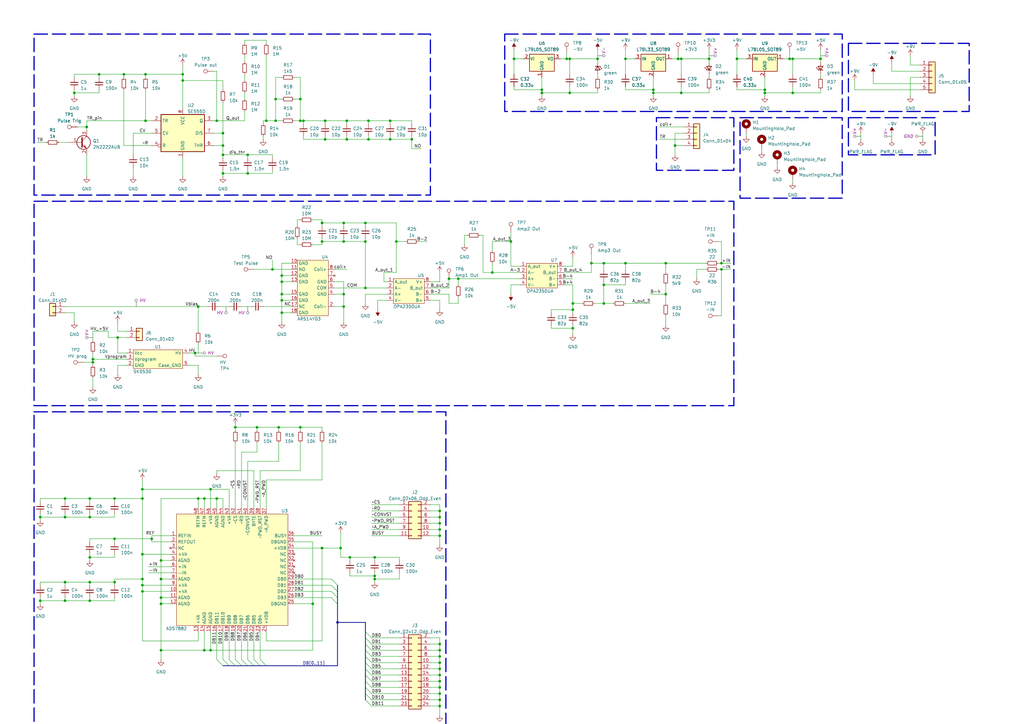
<source format=kicad_sch>
(kicad_sch (version 20230121) (generator eeschema)
  (paper "A3")
  (junction (at 267.97 38.1))
  (junction (at 26.67 246.38))
  (junction (at 58.42 242.57))
  (junction (at 247.65 107.95))
  (junction (at 180.34 271.78))
  (junction (at 58.42 204.47))
  (junction (at 313.69 38.1))
  (junction (at 336.55 24.13))
  (junction (at 180.34 281.94))
  (junction (at 88.9 49.53))
  (junction (at 149.86 99.06))
  (junction (at 278.13 24.13))
  (junction (at 180.34 266.7))
  (junction (at 105.41 175.26))
  (junction (at 101.6 63.5))
  (junction (at 115.57 123.19))
  (junction (at 273.05 120.65))
  (junction (at 81.28 204.47))
  (junction (at 153.67 237.49))
  (junction (at 16.51 246.38))
  (junction (at 66.04 229.87))
  (junction (at 180.34 276.86))
  (junction (at 323.85 24.13))
  (junction (at 83.82 204.47))
  (junction (at 36.83 212.09))
  (junction (at 36.83 228.6))
  (junction (at 180.34 274.32))
  (junction (at 96.52 175.26))
  (junction (at 180.34 269.24))
  (junction (at 26.67 212.09))
  (junction (at 91.44 63.5))
  (junction (at 74.93 30.48))
  (junction (at 88.9 204.47))
  (junction (at 140.97 125.73))
  (junction (at 30.48 38.1))
  (junction (at 109.22 49.53))
  (junction (at 233.68 38.1))
  (junction (at 58.42 237.49))
  (junction (at 290.83 24.13))
  (junction (at 256.54 107.95))
  (junction (at 36.83 246.38))
  (junction (at 26.67 238.76))
  (junction (at 267.97 36.83))
  (junction (at 62.23 220.98))
  (junction (at 132.08 99.06))
  (junction (at 180.34 289.56))
  (junction (at 113.03 49.53))
  (junction (at 66.04 245.11))
  (junction (at 115.57 115.57))
  (junction (at 234.95 124.46))
  (junction (at 149.86 118.11))
  (junction (at 111.76 110.49))
  (junction (at 16.51 212.09))
  (junction (at 245.11 24.13))
  (junction (at 36.83 238.76))
  (junction (at 201.93 111.76))
  (junction (at 233.68 24.13))
  (junction (at 50.8 30.48))
  (junction (at 232.41 24.13))
  (junction (at 187.96 114.3))
  (junction (at 35.56 52.07))
  (junction (at 83.82 266.7))
  (junction (at 48.26 138.43))
  (junction (at 222.25 38.1))
  (junction (at 26.67 204.47))
  (junction (at 276.86 59.69))
  (junction (at 180.34 217.17))
  (junction (at 273.05 107.95))
  (junction (at 139.7 224.79))
  (junction (at 180.34 219.71))
  (junction (at 123.19 40.64))
  (junction (at 59.69 30.48))
  (junction (at 184.15 114.3))
  (junction (at 66.04 247.65))
  (junction (at 160.02 57.15))
  (junction (at 180.34 209.55))
  (junction (at 38.1 147.32))
  (junction (at 168.91 57.15))
  (junction (at 132.08 91.44))
  (junction (at 114.3 175.26))
  (junction (at 209.55 99.06))
  (junction (at 66.04 266.7))
  (junction (at 180.34 279.4))
  (junction (at 59.69 49.53))
  (junction (at 142.24 49.53))
  (junction (at 210.82 24.13))
  (junction (at 279.4 24.13))
  (junction (at 325.12 24.13))
  (junction (at 101.6 71.12))
  (junction (at 279.4 38.1))
  (junction (at 91.44 54.61))
  (junction (at 123.19 49.53))
  (junction (at 74.93 33.02))
  (junction (at 124.46 49.53))
  (junction (at 86.36 200.66))
  (junction (at 302.26 24.13))
  (junction (at 160.02 49.53))
  (junction (at 86.36 266.7))
  (junction (at 222.25 36.83))
  (junction (at 140.97 99.06))
  (junction (at 151.13 49.53))
  (junction (at 180.34 264.16))
  (junction (at 115.57 128.27))
  (junction (at 242.57 107.95))
  (junction (at 256.54 24.13))
  (junction (at 247.65 116.84))
  (junction (at 149.86 91.44))
  (junction (at 46.99 204.47))
  (junction (at 80.01 144.78))
  (junction (at 295.91 110.49))
  (junction (at 234.95 127))
  (junction (at 91.44 59.69))
  (junction (at 123.19 175.26))
  (junction (at 58.42 200.66))
  (junction (at 113.03 40.64))
  (junction (at 40.64 30.48))
  (junction (at 128.27 247.65))
  (junction (at 142.24 57.15))
  (junction (at 46.99 238.76))
  (junction (at 46.99 220.98))
  (junction (at 140.97 91.44))
  (junction (at 325.12 38.1))
  (junction (at 313.69 36.83))
  (junction (at 180.34 284.48))
  (junction (at 247.65 124.46))
  (junction (at 140.97 120.65))
  (junction (at 36.83 204.47))
  (junction (at 153.67 228.6))
  (junction (at 295.91 107.95))
  (junction (at 38.1 148.59))
  (junction (at 115.57 120.65))
  (junction (at 81.28 125.73))
  (junction (at 132.08 224.79))
  (junction (at 151.13 57.15))
  (junction (at 180.34 214.63))
  (junction (at 153.67 236.22))
  (junction (at 58.42 227.33))
  (junction (at 180.34 212.09))
  (junction (at 115.57 113.03))
  (junction (at 162.56 99.06))
  (junction (at 180.34 287.02))
  (junction (at 58.42 240.03))
  (junction (at 143.51 228.6))
  (junction (at 138.43 255.27))
  (junction (at 91.44 71.12))
  (junction (at 234.95 134.62))
  (junction (at 133.35 57.15))
  (junction (at 133.35 49.53))
  (junction (at 66.04 237.49))
  (bus_entry (at 135.89 245.11) (size 2.54 2.54))
  (bus_entry (at 149.86 274.32) (size 2.54 2.54))
  (bus_entry (at 99.06 270.51) (size 2.54 2.54))
  (bus_entry (at 135.89 240.03) (size 2.54 2.54))
  (bus_entry (at 135.89 242.57) (size 2.54 2.54))
  (bus_entry (at 149.86 259.08) (size 2.54 2.54))
  (bus_entry (at 91.44 270.51) (size 2.54 2.54))
  (bus_entry (at 149.86 269.24) (size 2.54 2.54))
  (bus_entry (at 149.86 276.86) (size 2.54 2.54))
  (bus_entry (at 149.86 261.62) (size 2.54 2.54))
  (bus_entry (at 149.86 287.02) (size 2.54 2.54))
  (bus_entry (at 149.86 284.48) (size 2.54 2.54))
  (bus_entry (at 149.86 266.7) (size 2.54 2.54))
  (bus_entry (at 106.68 270.51) (size 2.54 2.54))
  (bus_entry (at 104.14 270.51) (size 2.54 2.54))
  (bus_entry (at 149.86 264.16) (size 2.54 2.54))
  (bus_entry (at 101.6 270.51) (size 2.54 2.54))
  (bus_entry (at 149.86 281.94) (size 2.54 2.54))
  (bus_entry (at 96.52 270.51) (size 2.54 2.54))
  (bus_entry (at 149.86 279.4) (size 2.54 2.54))
  (bus_entry (at 93.98 270.51) (size 2.54 2.54))
  (bus_entry (at 135.89 237.49) (size 2.54 2.54))
  (bus_entry (at 88.9 270.51) (size 2.54 2.54))
  (bus_entry (at 149.86 271.78) (size 2.54 2.54))
  (wire (pts (xy 336.55 30.48) (xy 336.55 31.75)))
  (wire (pts (xy 201.93 111.76) (xy 198.12 111.76)))
  (wire (pts (xy 105.41 175.26) (xy 114.3 175.26)))
  (wire (pts (xy 40.64 36.83) (xy 40.64 38.1)))
  (wire (pts (xy 50.8 30.48) (xy 50.8 31.75)))
  (wire (pts (xy 279.4 38.1) (xy 290.83 38.1)))
  (wire (pts (xy 93.98 259.08) (xy 93.98 270.51)))
  (wire (pts (xy 123.19 90.17) (xy 121.92 90.17)))
  (wire (pts (xy 210.82 35.56) (xy 210.82 36.83)))
  (wire (pts (xy 152.4 266.7) (xy 163.83 266.7)))
  (wire (pts (xy 285.75 114.3) (xy 285.75 110.49)))
  (wire (pts (xy 44.45 135.89) (xy 44.45 138.43)))
  (wire (pts (xy 115.57 128.27) (xy 119.38 128.27)))
  (wire (pts (xy 176.53 214.63) (xy 180.34 214.63)))
  (wire (pts (xy 149.86 97.79) (xy 149.86 99.06)))
  (wire (pts (xy 152.4 274.32) (xy 163.83 274.32)))
  (wire (pts (xy 87.63 29.21) (xy 88.9 29.21)))
  (wire (pts (xy 231.14 116.84) (xy 234.95 116.84)))
  (wire (pts (xy 187.96 121.92) (xy 187.96 124.46)))
  (wire (pts (xy 222.25 38.1) (xy 233.68 38.1)))
  (wire (pts (xy 152.4 264.16) (xy 163.83 264.16)))
  (wire (pts (xy 91.44 33.02) (xy 91.44 36.83)))
  (wire (pts (xy 74.93 64.77) (xy 74.93 72.39)))
  (bus (pts (xy 109.22 273.05) (xy 138.43 273.05)))
  (wire (pts (xy 154.94 127) (xy 154.94 123.19)))
  (wire (pts (xy 210.82 20.32) (xy 210.82 24.13)))
  (wire (pts (xy 153.67 228.6) (xy 153.67 229.87)))
  (wire (pts (xy 133.35 55.88) (xy 133.35 57.15)))
  (wire (pts (xy 176.53 279.4) (xy 180.34 279.4)))
  (wire (pts (xy 306.07 54.61) (xy 306.07 55.88)))
  (wire (pts (xy 152.4 276.86) (xy 163.83 276.86)))
  (wire (pts (xy 187.96 114.3) (xy 213.36 114.3)))
  (wire (pts (xy 16.51 212.09) (xy 16.51 213.36)))
  (wire (pts (xy 176.53 264.16) (xy 180.34 264.16)))
  (wire (pts (xy 115.57 115.57) (xy 119.38 115.57)))
  (wire (pts (xy 100.33 38.1) (xy 100.33 40.64)))
  (bus (pts (xy 138.43 247.65) (xy 138.43 255.27)))
  (wire (pts (xy 106.68 193.04) (xy 123.19 193.04)))
  (bus (pts (xy 96.52 273.05) (xy 99.06 273.05)))
  (wire (pts (xy 140.97 91.44) (xy 140.97 92.71)))
  (wire (pts (xy 180.34 284.48) (xy 180.34 287.02)))
  (wire (pts (xy 233.68 35.56) (xy 233.68 38.1)))
  (wire (pts (xy 151.13 55.88) (xy 151.13 57.15)))
  (wire (pts (xy 176.53 287.02) (xy 180.34 287.02)))
  (wire (pts (xy 157.48 111.76) (xy 162.56 111.76)))
  (wire (pts (xy 111.76 69.85) (xy 111.76 71.12)))
  (wire (pts (xy 66.04 247.65) (xy 69.85 247.65)))
  (wire (pts (xy 121.92 97.79) (xy 121.92 100.33)))
  (wire (pts (xy 247.65 107.95) (xy 247.65 110.49)))
  (wire (pts (xy 60.96 232.41) (xy 69.85 232.41)))
  (wire (pts (xy 256.54 35.56) (xy 256.54 36.83)))
  (bus (pts (xy 149.86 255.27) (xy 149.86 259.08)))
  (wire (pts (xy 36.83 246.38) (xy 46.99 246.38)))
  (wire (pts (xy 132.08 224.79) (xy 132.08 262.89)))
  (wire (pts (xy 124.46 57.15) (xy 133.35 57.15)))
  (wire (pts (xy 132.08 196.85) (xy 132.08 181.61)))
  (wire (pts (xy 180.34 264.16) (xy 180.34 266.7)))
  (wire (pts (xy 142.24 57.15) (xy 151.13 57.15)))
  (wire (pts (xy 267.97 31.75) (xy 267.97 36.83)))
  (wire (pts (xy 256.54 36.83) (xy 267.97 36.83)))
  (wire (pts (xy 62.23 220.98) (xy 62.23 219.71)))
  (wire (pts (xy 88.9 259.08) (xy 88.9 270.51)))
  (wire (pts (xy 153.67 236.22) (xy 153.67 237.49)))
  (wire (pts (xy 104.14 208.28) (xy 104.14 193.04)))
  (wire (pts (xy 180.34 274.32) (xy 180.34 276.86)))
  (wire (pts (xy 201.93 102.87) (xy 201.93 99.06)))
  (wire (pts (xy 91.44 204.47) (xy 91.44 208.28)))
  (wire (pts (xy 247.65 116.84) (xy 256.54 116.84)))
  (wire (pts (xy 350.52 36.83) (xy 377.19 36.83)))
  (wire (pts (xy 152.4 269.24) (xy 163.83 269.24)))
  (wire (pts (xy 99.06 185.42) (xy 105.41 185.42)))
  (wire (pts (xy 81.28 204.47) (xy 66.04 204.47)))
  (wire (pts (xy 46.99 220.98) (xy 62.23 220.98)))
  (wire (pts (xy 180.34 261.62) (xy 180.34 264.16)))
  (wire (pts (xy 46.99 238.76) (xy 46.99 240.03)))
  (wire (pts (xy 160.02 57.15) (xy 168.91 57.15)))
  (wire (pts (xy 83.82 204.47) (xy 88.9 204.47)))
  (wire (pts (xy 86.36 200.66) (xy 86.36 208.28)))
  (wire (pts (xy 234.95 127) (xy 234.95 124.46)))
  (wire (pts (xy 231.14 111.76) (xy 242.57 111.76)))
  (wire (pts (xy 26.67 125.73) (xy 81.28 125.73)))
  (wire (pts (xy 58.42 204.47) (xy 58.42 227.33)))
  (wire (pts (xy 107.95 55.88) (xy 107.95 57.15)))
  (wire (pts (xy 222.25 38.1) (xy 222.25 39.37)))
  (wire (pts (xy 132.08 224.79) (xy 139.7 224.79)))
  (wire (pts (xy 88.9 49.53) (xy 100.33 49.53)))
  (bus (pts (xy 106.68 273.05) (xy 109.22 273.05)))
  (wire (pts (xy 190.5 96.52) (xy 191.77 96.52)))
  (wire (pts (xy 81.28 125.73) (xy 85.09 125.73)))
  (wire (pts (xy 96.52 173.99) (xy 96.52 175.26)))
  (wire (pts (xy 16.51 240.03) (xy 16.51 238.76)))
  (wire (pts (xy 120.65 49.53) (xy 123.19 49.53)))
  (wire (pts (xy 16.51 245.11) (xy 16.51 246.38)))
  (wire (pts (xy 222.25 31.75) (xy 222.25 36.83)))
  (wire (pts (xy 115.57 123.19) (xy 115.57 120.65)))
  (wire (pts (xy 278.13 21.59) (xy 278.13 24.13)))
  (wire (pts (xy 48.26 138.43) (xy 48.26 144.78)))
  (wire (pts (xy 113.03 31.75) (xy 115.57 31.75)))
  (wire (pts (xy 91.44 259.08) (xy 91.44 270.51)))
  (wire (pts (xy 34.29 148.59) (xy 38.1 148.59)))
  (wire (pts (xy 83.82 204.47) (xy 83.82 208.28)))
  (wire (pts (xy 88.9 204.47) (xy 91.44 204.47)))
  (wire (pts (xy 123.19 175.26) (xy 132.08 175.26)))
  (wire (pts (xy 87.63 54.61) (xy 91.44 54.61)))
  (wire (pts (xy 229.87 24.13) (xy 232.41 24.13)))
  (bus (pts (xy 149.86 276.86) (xy 149.86 279.4)))
  (wire (pts (xy 312.42 60.96) (xy 312.42 62.23)))
  (wire (pts (xy 276.86 54.61) (xy 280.67 54.61)))
  (wire (pts (xy 81.28 204.47) (xy 83.82 204.47)))
  (wire (pts (xy 209.55 116.84) (xy 213.36 116.84)))
  (wire (pts (xy 256.54 115.57) (xy 256.54 116.84)))
  (wire (pts (xy 279.4 35.56) (xy 279.4 38.1)))
  (wire (pts (xy 48.26 144.78) (xy 52.07 144.78)))
  (wire (pts (xy 105.41 181.61) (xy 105.41 185.42)))
  (wire (pts (xy 247.65 115.57) (xy 247.65 116.84)))
  (wire (pts (xy 91.44 59.69) (xy 91.44 63.5)))
  (wire (pts (xy 295.91 110.49) (xy 299.72 110.49)))
  (wire (pts (xy 184.15 120.65) (xy 184.15 124.46)))
  (wire (pts (xy 123.19 49.53) (xy 123.19 40.64)))
  (wire (pts (xy 88.9 204.47) (xy 88.9 208.28)))
  (wire (pts (xy 120.65 247.65) (xy 128.27 247.65)))
  (wire (pts (xy 123.19 49.53) (xy 124.46 49.53)))
  (wire (pts (xy 88.9 193.04) (xy 88.9 194.31)))
  (wire (pts (xy 66.04 245.11) (xy 66.04 237.49)))
  (wire (pts (xy 99.06 125.73) (xy 102.87 125.73)))
  (wire (pts (xy 101.6 189.23) (xy 114.3 189.23)))
  (wire (pts (xy 176.53 269.24) (xy 180.34 269.24)))
  (wire (pts (xy 279.4 24.13) (xy 290.83 24.13)))
  (wire (pts (xy 100.33 45.72) (xy 100.33 49.53)))
  (wire (pts (xy 180.34 279.4) (xy 180.34 281.94)))
  (wire (pts (xy 123.19 40.64) (xy 123.19 31.75)))
  (wire (pts (xy 143.51 234.95) (xy 143.51 236.22)))
  (wire (pts (xy 109.22 196.85) (xy 109.22 208.28)))
  (wire (pts (xy 209.55 95.25) (xy 209.55 99.06)))
  (wire (pts (xy 115.57 113.03) (xy 119.38 113.03)))
  (bus (pts (xy 101.6 273.05) (xy 104.14 273.05)))
  (wire (pts (xy 180.34 207.01) (xy 180.34 209.55)))
  (wire (pts (xy 113.03 40.64) (xy 113.03 31.75)))
  (wire (pts (xy 109.22 16.51) (xy 109.22 17.78)))
  (wire (pts (xy 201.93 107.95) (xy 201.93 111.76)))
  (wire (pts (xy 58.42 240.03) (xy 58.42 242.57)))
  (wire (pts (xy 373.38 31.75) (xy 377.19 31.75)))
  (wire (pts (xy 313.69 36.83) (xy 313.69 38.1)))
  (wire (pts (xy 151.13 57.15) (xy 160.02 57.15)))
  (wire (pts (xy 62.23 222.25) (xy 62.23 220.98)))
  (wire (pts (xy 233.68 24.13) (xy 233.68 30.48)))
  (wire (pts (xy 242.57 111.76) (xy 242.57 107.95)))
  (wire (pts (xy 152.4 212.09) (xy 163.83 212.09)))
  (wire (pts (xy 109.22 196.85) (xy 132.08 196.85)))
  (wire (pts (xy 115.57 128.27) (xy 115.57 123.19)))
  (wire (pts (xy 120.65 242.57) (xy 135.89 242.57)))
  (wire (pts (xy 120.65 219.71) (xy 132.08 219.71)))
  (wire (pts (xy 101.6 189.23) (xy 101.6 208.28)))
  (wire (pts (xy 58.42 240.03) (xy 69.85 240.03)))
  (wire (pts (xy 46.99 220.98) (xy 46.99 222.25)))
  (wire (pts (xy 16.51 212.09) (xy 26.67 212.09)))
  (wire (pts (xy 279.4 24.13) (xy 279.4 30.48)))
  (wire (pts (xy 152.4 207.01) (xy 163.83 207.01)))
  (wire (pts (xy 153.67 237.49) (xy 153.67 238.76)))
  (wire (pts (xy 35.56 63.5) (xy 35.56 72.39)))
  (wire (pts (xy 120.65 245.11) (xy 135.89 245.11)))
  (wire (pts (xy 16.51 210.82) (xy 16.51 212.09)))
  (wire (pts (xy 26.67 238.76) (xy 26.67 240.03)))
  (wire (pts (xy 151.13 49.53) (xy 151.13 50.8)))
  (wire (pts (xy 160.02 49.53) (xy 160.02 50.8)))
  (wire (pts (xy 336.55 20.32) (xy 336.55 24.13)))
  (bus (pts (xy 138.43 242.57) (xy 138.43 245.11)))
  (wire (pts (xy 128.27 90.17) (xy 132.08 90.17)))
  (wire (pts (xy 100.33 16.51) (xy 109.22 16.51)))
  (wire (pts (xy 294.64 107.95) (xy 295.91 107.95)))
  (wire (pts (xy 234.95 133.35) (xy 234.95 134.62)))
  (wire (pts (xy 137.16 118.11) (xy 149.86 118.11)))
  (wire (pts (xy 294.64 99.06) (xy 295.91 99.06)))
  (wire (pts (xy 46.99 245.11) (xy 46.99 246.38)))
  (wire (pts (xy 59.69 49.53) (xy 62.23 49.53)))
  (wire (pts (xy 88.9 193.04) (xy 104.14 193.04)))
  (wire (pts (xy 373.38 31.75) (xy 373.38 39.37)))
  (wire (pts (xy 16.51 246.38) (xy 26.67 246.38)))
  (wire (pts (xy 46.99 204.47) (xy 58.42 204.47)))
  (wire (pts (xy 137.16 115.57) (xy 140.97 115.57)))
  (wire (pts (xy 46.99 210.82) (xy 46.99 212.09)))
  (wire (pts (xy 100.33 22.86) (xy 100.33 25.4)))
  (wire (pts (xy 270.51 57.15) (xy 280.67 57.15)))
  (bus (pts (xy 138.43 245.11) (xy 138.43 247.65)))
  (wire (pts (xy 163.83 234.95) (xy 163.83 237.49)))
  (wire (pts (xy 152.4 284.48) (xy 163.83 284.48)))
  (wire (pts (xy 267.97 36.83) (xy 267.97 38.1)))
  (wire (pts (xy 140.97 97.79) (xy 140.97 99.06)))
  (wire (pts (xy 158.75 115.57) (xy 157.48 115.57)))
  (wire (pts (xy 196.85 96.52) (xy 198.12 96.52)))
  (wire (pts (xy 120.65 224.79) (xy 132.08 224.79)))
  (wire (pts (xy 59.69 49.53) (xy 35.56 49.53)))
  (wire (pts (xy 87.63 49.53) (xy 88.9 49.53)))
  (wire (pts (xy 120.65 31.75) (xy 123.19 31.75)))
  (wire (pts (xy 115.57 123.19) (xy 119.38 123.19)))
  (wire (pts (xy 231.14 114.3) (xy 234.95 114.3)))
  (wire (pts (xy 152.4 271.78) (xy 163.83 271.78)))
  (wire (pts (xy 66.04 229.87) (xy 69.85 229.87)))
  (wire (pts (xy 83.82 259.08) (xy 83.82 266.7)))
  (wire (pts (xy 270.51 52.07) (xy 280.67 52.07)))
  (wire (pts (xy 234.95 128.27) (xy 234.95 127)))
  (wire (pts (xy 176.53 207.01) (xy 180.34 207.01)))
  (wire (pts (xy 140.97 99.06) (xy 149.86 99.06)))
  (wire (pts (xy 256.54 20.32) (xy 256.54 24.13)))
  (wire (pts (xy 91.44 71.12) (xy 101.6 71.12)))
  (wire (pts (xy 66.04 237.49) (xy 69.85 237.49)))
  (wire (pts (xy 323.85 24.13) (xy 325.12 24.13)))
  (bus (pts (xy 149.86 261.62) (xy 149.86 264.16)))
  (wire (pts (xy 152.4 209.55) (xy 163.83 209.55)))
  (wire (pts (xy 176.53 289.56) (xy 180.34 289.56)))
  (wire (pts (xy 120.65 222.25) (xy 128.27 222.25)))
  (wire (pts (xy 137.16 125.73) (xy 140.97 125.73)))
  (wire (pts (xy 121.92 100.33) (xy 123.19 100.33)))
  (wire (pts (xy 35.56 49.53) (xy 35.56 52.07)))
  (wire (pts (xy 290.83 36.83) (xy 290.83 38.1)))
  (wire (pts (xy 48.26 132.08) (xy 48.26 135.89)))
  (wire (pts (xy 35.56 52.07) (xy 35.56 53.34)))
  (wire (pts (xy 80.01 146.05) (xy 80.01 144.78)))
  (wire (pts (xy 88.9 146.05) (xy 80.01 146.05)))
  (wire (pts (xy 115.57 132.08) (xy 115.57 128.27)))
  (wire (pts (xy 100.33 17.78) (xy 100.33 16.51)))
  (wire (pts (xy 294.64 129.54) (xy 295.91 129.54)))
  (wire (pts (xy 184.15 124.46) (xy 187.96 124.46)))
  (wire (pts (xy 313.69 38.1) (xy 313.69 39.37)))
  (wire (pts (xy 36.83 238.76) (xy 36.83 240.03)))
  (wire (pts (xy 107.95 49.53) (xy 107.95 50.8)))
  (wire (pts (xy 101.6 69.85) (xy 101.6 71.12)))
  (wire (pts (xy 30.48 128.27) (xy 30.48 132.08)))
  (wire (pts (xy 176.53 120.65) (xy 184.15 120.65)))
  (wire (pts (xy 81.28 208.28) (xy 81.28 204.47)))
  (wire (pts (xy 295.91 107.95) (xy 299.72 107.95)))
  (bus (pts (xy 149.86 284.48) (xy 149.86 287.02)))
  (wire (pts (xy 50.8 30.48) (xy 59.69 30.48)))
  (wire (pts (xy 176.53 284.48) (xy 180.34 284.48)))
  (wire (pts (xy 152.4 261.62) (xy 163.83 261.62)))
  (wire (pts (xy 36.83 245.11) (xy 36.83 246.38)))
  (wire (pts (xy 69.85 227.33) (xy 58.42 227.33)))
  (wire (pts (xy 133.35 49.53) (xy 142.24 49.53)))
  (wire (pts (xy 105.41 175.26) (xy 105.41 176.53)))
  (wire (pts (xy 113.03 49.53) (xy 115.57 49.53)))
  (wire (pts (xy 325.12 38.1) (xy 313.69 38.1)))
  (wire (pts (xy 149.86 124.46) (xy 149.86 120.65)))
  (wire (pts (xy 74.93 30.48) (xy 74.93 33.02)))
  (wire (pts (xy 187.96 114.3) (xy 187.96 116.84)))
  (wire (pts (xy 295.91 110.49) (xy 295.91 129.54)))
  (wire (pts (xy 107.95 125.73) (xy 119.38 125.73)))
  (wire (pts (xy 226.06 128.27) (xy 226.06 127)))
  (wire (pts (xy 137.16 120.65) (xy 140.97 120.65)))
  (wire (pts (xy 133.35 49.53) (xy 133.35 50.8)))
  (wire (pts (xy 184.15 118.11) (xy 184.15 114.3)))
  (wire (pts (xy 132.08 99.06) (xy 140.97 99.06)))
  (wire (pts (xy 295.91 99.06) (xy 295.91 107.95)))
  (wire (pts (xy 91.44 69.85) (xy 91.44 71.12)))
  (wire (pts (xy 16.51 205.74) (xy 16.51 204.47)))
  (bus (pts (xy 138.43 255.27) (xy 149.86 255.27)))
  (wire (pts (xy 46.99 238.76) (xy 46.99 237.49)))
  (wire (pts (xy 233.68 24.13) (xy 245.11 24.13)))
  (wire (pts (xy 66.04 266.7) (xy 66.04 270.51)))
  (wire (pts (xy 143.51 228.6) (xy 139.7 228.6)))
  (wire (pts (xy 176.53 274.32) (xy 180.34 274.32)))
  (wire (pts (xy 101.6 63.5) (xy 111.76 63.5)))
  (wire (pts (xy 273.05 107.95) (xy 289.56 107.95)))
  (wire (pts (xy 132.08 90.17) (xy 132.08 91.44)))
  (bus (pts (xy 138.43 255.27) (xy 138.43 273.05)))
  (wire (pts (xy 323.85 21.59) (xy 323.85 24.13)))
  (wire (pts (xy 160.02 55.88) (xy 160.02 57.15)))
  (wire (pts (xy 52.07 138.43) (xy 48.26 138.43)))
  (wire (pts (xy 86.36 259.08) (xy 86.36 266.7)))
  (wire (pts (xy 302.26 35.56) (xy 302.26 36.83)))
  (wire (pts (xy 74.93 33.02) (xy 74.93 44.45)))
  (wire (pts (xy 162.56 99.06) (xy 166.37 99.06)))
  (wire (pts (xy 290.83 20.32) (xy 290.83 24.13)))
  (wire (pts (xy 81.28 262.89) (xy 58.42 262.89)))
  (wire (pts (xy 66.04 245.11) (xy 69.85 245.11)))
  (wire (pts (xy 30.48 38.1) (xy 30.48 39.37)))
  (wire (pts (xy 336.55 36.83) (xy 336.55 38.1)))
  (bus (pts (xy 149.86 274.32) (xy 149.86 276.86)))
  (wire (pts (xy 378.46 54.61) (xy 378.46 57.15)))
  (wire (pts (xy 31.75 52.07) (xy 35.56 52.07)))
  (wire (pts (xy 40.64 30.48) (xy 50.8 30.48)))
  (wire (pts (xy 74.93 26.67) (xy 74.93 30.48)))
  (wire (pts (xy 77.47 149.86) (xy 81.28 149.86)))
  (bus (pts (xy 104.14 273.05) (xy 106.68 273.05)))
  (wire (pts (xy 243.84 124.46) (xy 247.65 124.46)))
  (wire (pts (xy 226.06 127) (xy 234.95 127)))
  (wire (pts (xy 180.34 271.78) (xy 180.34 274.32)))
  (wire (pts (xy 81.28 259.08) (xy 81.28 262.89)))
  (wire (pts (xy 109.22 259.08) (xy 109.22 262.89)))
  (wire (pts (xy 26.67 245.11) (xy 26.67 246.38)))
  (wire (pts (xy 48.26 153.67) (xy 48.26 149.86)))
  (wire (pts (xy 226.06 134.62) (xy 234.95 134.62)))
  (wire (pts (xy 358.14 34.29) (xy 377.19 34.29)))
  (wire (pts (xy 152.4 287.02) (xy 163.83 287.02)))
  (wire (pts (xy 114.3 181.61) (xy 114.3 189.23)))
  (wire (pts (xy 176.53 118.11) (xy 184.15 118.11)))
  (wire (pts (xy 176.53 276.86) (xy 180.34 276.86)))
  (wire (pts (xy 66.04 266.7) (xy 83.82 266.7)))
  (wire (pts (xy 365.76 25.4) (xy 365.76 29.21)))
  (wire (pts (xy 62.23 219.71) (xy 69.85 219.71)))
  (wire (pts (xy 38.1 147.32) (xy 52.07 147.32)))
  (wire (pts (xy 153.67 228.6) (xy 163.83 228.6)))
  (wire (pts (xy 58.42 242.57) (xy 69.85 242.57)))
  (wire (pts (xy 36.83 238.76) (xy 46.99 238.76)))
  (wire (pts (xy 38.1 135.89) (xy 44.45 135.89)))
  (wire (pts (xy 245.11 24.13) (xy 245.11 25.4)))
  (wire (pts (xy 350.52 33.02) (xy 350.52 36.83)))
  (wire (pts (xy 321.31 24.13) (xy 323.85 24.13)))
  (wire (pts (xy 151.13 49.53) (xy 160.02 49.53)))
  (wire (pts (xy 36.83 204.47) (xy 36.83 205.74)))
  (wire (pts (xy 171.45 99.06) (xy 175.26 99.06)))
  (wire (pts (xy 69.85 222.25) (xy 62.23 222.25)))
  (wire (pts (xy 132.08 91.44) (xy 140.97 91.44)))
  (bus (pts (xy 149.86 279.4) (xy 149.86 281.94)))
  (wire (pts (xy 180.34 214.63) (xy 180.34 217.17)))
  (wire (pts (xy 142.24 55.88) (xy 142.24 57.15)))
  (wire (pts (xy 111.76 63.5) (xy 111.76 64.77)))
  (wire (pts (xy 109.22 22.86) (xy 109.22 49.53)))
  (wire (pts (xy 256.54 124.46) (xy 266.7 124.46)))
  (wire (pts (xy 96.52 259.08) (xy 96.52 270.51)))
  (wire (pts (xy 58.42 204.47) (xy 58.42 200.66)))
  (bus (pts (xy 149.86 259.08) (xy 149.86 261.62)))
  (wire (pts (xy 180.34 217.17) (xy 180.34 219.71)))
  (wire (pts (xy 119.38 110.49) (xy 111.76 110.49)))
  (wire (pts (xy 77.47 144.78) (xy 80.01 144.78)))
  (wire (pts (xy 120.65 40.64) (xy 123.19 40.64)))
  (wire (pts (xy 149.86 118.11) (xy 158.75 118.11)))
  (wire (pts (xy 180.34 287.02) (xy 180.34 289.56)))
  (wire (pts (xy 152.4 281.94) (xy 163.83 281.94)))
  (wire (pts (xy 88.9 29.21) (xy 88.9 49.53)))
  (wire (pts (xy 58.42 262.89) (xy 58.42 242.57)))
  (wire (pts (xy 140.97 115.57) (xy 140.97 120.65)))
  (wire (pts (xy 242.57 104.14) (xy 242.57 107.95)))
  (wire (pts (xy 91.44 64.77) (xy 91.44 63.5)))
  (wire (pts (xy 336.55 24.13) (xy 336.55 25.4)))
  (wire (pts (xy 38.1 144.78) (xy 38.1 147.32)))
  (wire (pts (xy 81.28 149.86) (xy 81.28 153.67)))
  (wire (pts (xy 86.36 200.66) (xy 93.98 200.66)))
  (wire (pts (xy 180.34 127) (xy 180.34 123.19)))
  (wire (pts (xy 80.01 144.78) (xy 81.28 144.78)))
  (wire (pts (xy 115.57 107.95) (xy 119.38 107.95)))
  (wire (pts (xy 143.51 229.87) (xy 143.51 228.6)))
  (wire (pts (xy 176.53 212.09) (xy 180.34 212.09)))
  (wire (pts (xy 180.34 289.56) (xy 180.34 293.37)))
  (wire (pts (xy 140.97 120.65) (xy 140.97 125.73)))
  (wire (pts (xy 256.54 107.95) (xy 273.05 107.95)))
  (wire (pts (xy 302.26 24.13) (xy 302.26 30.48)))
  (wire (pts (xy 276.86 63.5) (xy 276.86 59.69)))
  (bus (pts (xy 149.86 281.94) (xy 149.86 284.48)))
  (wire (pts (xy 132.08 175.26) (xy 132.08 176.53)))
  (wire (pts (xy 26.67 204.47) (xy 36.83 204.47)))
  (wire (pts (xy 176.53 209.55) (xy 180.34 209.55)))
  (wire (pts (xy 302.26 20.32) (xy 302.26 24.13)))
  (wire (pts (xy 128.27 222.25) (xy 128.27 247.65)))
  (wire (pts (xy 26.67 212.09) (xy 36.83 212.09)))
  (wire (pts (xy 143.51 236.22) (xy 153.67 236.22)))
  (wire (pts (xy 113.03 49.53) (xy 113.03 40.64)))
  (wire (pts (xy 54.61 54.61) (xy 54.61 63.5)))
  (wire (pts (xy 373.38 26.67) (xy 377.19 26.67)))
  (wire (pts (xy 38.1 154.94) (xy 38.1 158.75)))
  (wire (pts (xy 325.12 35.56) (xy 325.12 38.1)))
  (wire (pts (xy 232.41 21.59) (xy 232.41 24.13)))
  (wire (pts (xy 101.6 63.5) (xy 101.6 64.77)))
  (wire (pts (xy 120.65 240.03) (xy 135.89 240.03)))
  (wire (pts (xy 247.65 124.46) (xy 251.46 124.46)))
  (wire (pts (xy 24.13 58.42) (xy 27.94 58.42)))
  (wire (pts (xy 245.11 30.48) (xy 245.11 31.75)))
  (wire (pts (xy 59.69 36.83) (xy 59.69 49.53)))
  (wire (pts (xy 139.7 218.44) (xy 139.7 224.79)))
  (wire (pts (xy 36.83 227.33) (xy 36.83 228.6)))
  (wire (pts (xy 365.76 29.21) (xy 377.19 29.21)))
  (wire (pts (xy 132.08 97.79) (xy 132.08 99.06)))
  (wire (pts (xy 38.1 148.59) (xy 38.1 149.86)))
  (wire (pts (xy 26.67 204.47) (xy 26.67 205.74)))
  (wire (pts (xy 154.94 123.19) (xy 158.75 123.19)))
  (wire (pts (xy 242.57 107.95) (xy 247.65 107.95)))
  (wire (pts (xy 176.53 115.57) (xy 180.34 115.57)))
  (wire (pts (xy 160.02 49.53) (xy 168.91 49.53)))
  (wire (pts (xy 140.97 91.44) (xy 149.86 91.44)))
  (wire (pts (xy 180.34 219.71) (xy 180.34 223.52)))
  (wire (pts (xy 100.33 30.48) (xy 100.33 33.02)))
  (wire (pts (xy 180.34 281.94) (xy 180.34 284.48)))
  (wire (pts (xy 152.4 289.56) (xy 163.83 289.56)))
  (wire (pts (xy 96.52 175.26) (xy 105.41 175.26)))
  (wire (pts (xy 123.19 193.04) (xy 123.19 181.61)))
  (wire (pts (xy 222.25 36.83) (xy 222.25 38.1)))
  (wire (pts (xy 115.57 120.65) (xy 115.57 115.57)))
  (wire (pts (xy 16.51 238.76) (xy 26.67 238.76)))
  (wire (pts (xy 256.54 24.13) (xy 256.54 30.48)))
  (wire (pts (xy 190.5 100.33) (xy 190.5 96.52)))
  (wire (pts (xy 120.65 237.49) (xy 135.89 237.49)))
  (wire (pts (xy 168.91 49.53) (xy 168.91 50.8)))
  (wire (pts (xy 101.6 259.08) (xy 101.6 270.51)))
  (wire (pts (xy 90.17 125.73) (xy 93.98 125.73)))
  (wire (pts (xy 153.67 234.95) (xy 153.67 236.22)))
  (wire (pts (xy 149.86 91.44) (xy 149.86 92.71)))
  (wire (pts (xy 180.34 209.55) (xy 180.34 212.09)))
  (wire (pts (xy 176.53 219.71) (xy 180.34 219.71)))
  (wire (pts (xy 198.12 111.76) (xy 198.12 96.52)))
  (wire (pts (xy 128.27 266.7) (xy 128.27 247.65)))
  (wire (pts (xy 302.26 24.13) (xy 306.07 24.13)))
  (wire (pts (xy 66.04 237.49) (xy 66.04 229.87)))
  (wire (pts (xy 30.48 30.48) (xy 40.64 30.48)))
  (wire (pts (xy 121.92 90.17) (xy 121.92 92.71)))
  (wire (pts (xy 62.23 54.61) (xy 54.61 54.61)))
  (wire (pts (xy 232.41 24.13) (xy 233.68 24.13)))
  (wire (pts (xy 290.83 24.13) (xy 290.83 25.4)))
  (wire (pts (xy 115.57 113.03) (xy 115.57 107.95)))
  (wire (pts (xy 276.86 59.69) (xy 276.86 54.61)))
  (wire (pts (xy 36.83 220.98) (xy 46.99 220.98)))
  (wire (pts (xy 123.19 175.26) (xy 123.19 176.53)))
  (wire (pts (xy 201.93 99.06) (xy 209.55 99.06)))
  (wire (pts (xy 278.13 24.13) (xy 279.4 24.13)))
  (wire (pts (xy 209.55 99.06) (xy 209.55 109.22)))
  (wire (pts (xy 91.44 71.12) (xy 91.44 72.39)))
  (wire (pts (xy 81.28 140.97) (xy 81.28 144.78)))
  (wire (pts (xy 168.91 57.15) (xy 168.91 60.96)))
  (wire (pts (xy 233.68 38.1) (xy 245.11 38.1)))
  (wire (pts (xy 325.12 24.13) (xy 325.12 30.48)))
  (wire (pts (xy 276.86 59.69) (xy 280.67 59.69)))
  (wire (pts (xy 313.69 31.75) (xy 313.69 36.83)))
  (wire (pts (xy 245.11 20.32) (xy 245.11 24.13)))
  (wire (pts (xy 30.48 38.1) (xy 40.64 38.1)))
  (wire (pts (xy 132.08 99.06) (xy 132.08 100.33)))
  (wire (pts (xy 50.8 36.83) (xy 50.8 59.69)))
  (wire (pts (xy 234.95 105.41) (xy 234.95 109.22)))
  (wire (pts (xy 109.22 49.53) (xy 113.03 49.53)))
  (wire (pts (xy 142.24 49.53) (xy 142.24 50.8)))
  (wire (pts (xy 266.7 120.65) (xy 273.05 120.65)))
  (wire (pts (xy 36.83 222.25) (xy 36.83 220.98)))
  (wire (pts (xy 96.52 181.61) (xy 96.52 208.28)))
  (wire (pts (xy 273.05 129.54) (xy 273.05 133.35)))
  (wire (pts (xy 48.26 135.89) (xy 52.07 135.89)))
  (wire (pts (xy 176.53 281.94) (xy 180.34 281.94)))
  (wire (pts (xy 30.48 31.75) (xy 30.48 30.48)))
  (wire (pts (xy 168.91 55.88) (xy 168.91 57.15)))
  (wire (pts (xy 245.11 36.83) (xy 245.11 38.1)))
  (wire (pts (xy 180.34 111.76) (xy 180.34 115.57)))
  (bus (pts (xy 91.44 273.05) (xy 93.98 273.05)))
  (wire (pts (xy 176.53 123.19) (xy 180.34 123.19)))
  (wire (pts (xy 168.91 60.96) (xy 172.72 60.96)))
  (wire (pts (xy 210.82 24.13) (xy 214.63 24.13)))
  (wire (pts (xy 247.65 107.95) (xy 256.54 107.95)))
  (wire (pts (xy 275.59 24.13) (xy 278.13 24.13)))
  (wire (pts (xy 294.64 110.49) (xy 295.91 110.49)))
  (wire (pts (xy 62.23 59.69) (xy 50.8 59.69)))
  (wire (pts (xy 149.86 99.06) (xy 149.86 118.11)))
  (wire (pts (xy 162.56 91.44) (xy 162.56 99.06)))
  (bus (pts (xy 149.86 271.78) (xy 149.86 274.32)))
  (wire (pts (xy 325.12 73.66) (xy 325.12 74.93)))
  (wire (pts (xy 87.63 59.69) (xy 91.44 59.69)))
  (wire (pts (xy 184.15 114.3) (xy 187.96 114.3)))
  (wire (pts (xy 54.61 68.58) (xy 54.61 72.39)))
  (wire (pts (xy 66.04 247.65) (xy 66.04 245.11)))
  (wire (pts (xy 153.67 237.49) (xy 163.83 237.49)))
  (wire (pts (xy 273.05 120.65) (xy 273.05 124.46)))
  (wire (pts (xy 46.99 204.47) (xy 46.99 205.74)))
  (wire (pts (xy 163.83 228.6) (xy 163.83 229.87)))
  (wire (pts (xy 59.69 30.48) (xy 59.69 31.75)))
  (bus (pts (xy 99.06 273.05) (xy 101.6 273.05)))
  (wire (pts (xy 115.57 120.65) (xy 119.38 120.65)))
  (wire (pts (xy 290.83 30.48) (xy 290.83 31.75)))
  (wire (pts (xy 109.22 262.89) (xy 132.08 262.89)))
  (wire (pts (xy 247.65 116.84) (xy 247.65 124.46)))
  (wire (pts (xy 111.76 106.68) (xy 111.76 110.49)))
  (wire (pts (xy 66.04 247.65) (xy 66.04 266.7)))
  (wire (pts (xy 180.34 269.24) (xy 180.34 271.78)))
  (bus (pts (xy 149.86 266.7) (xy 149.86 269.24)))
  (wire (pts (xy 133.35 57.15) (xy 142.24 57.15)))
  (wire (pts (xy 234.95 124.46) (xy 238.76 124.46)))
  (wire (pts (xy 226.06 133.35) (xy 226.06 134.62)))
  (wire (pts (xy 176.53 271.78) (xy 180.34 271.78)))
  (wire (pts (xy 91.44 41.91) (xy 91.44 54.61)))
  (wire (pts (xy 99.06 259.08) (xy 99.06 270.51)))
  (wire (pts (xy 36.83 212.09) (xy 46.99 212.09)))
  (wire (pts (xy 36.83 204.47) (xy 46.99 204.47)))
  (wire (pts (xy 124.46 55.88) (xy 124.46 57.15)))
  (wire (pts (xy 16.51 246.38) (xy 16.51 247.65)))
  (wire (pts (xy 91.44 54.61) (xy 91.44 59.69)))
  (wire (pts (xy 58.42 200.66) (xy 86.36 200.66)))
  (wire (pts (xy 114.3 175.26) (xy 114.3 176.53)))
  (wire (pts (xy 140.97 125.73) (xy 140.97 132.08)))
  (wire (pts (xy 176.53 217.17) (xy 180.34 217.17)))
  (wire (pts (xy 38.1 147.32) (xy 38.1 148.59)))
  (wire (pts (xy 81.28 125.73) (xy 81.28 135.89)))
  (wire (pts (xy 353.06 54.61) (xy 353.06 57.15)))
  (wire (pts (xy 93.98 208.28) (xy 93.98 200.66)))
  (wire (pts (xy 176.53 261.62) (xy 180.34 261.62)))
  (wire (pts (xy 96.52 176.53) (xy 96.52 175.26)))
  (wire (pts (xy 142.24 49.53) (xy 151.13 49.53)))
  (wire (pts (xy 26.67 246.38) (xy 36.83 246.38)))
  (wire (pts (xy 30.48 36.83) (xy 30.48 38.1)))
  (bus (pts (xy 138.43 240.03) (xy 138.43 242.57)))
  (wire (pts (xy 58.42 227.33) (xy 58.42 237.49)))
  (wire (pts (xy 152.4 279.4) (xy 163.83 279.4)))
  (wire (pts (xy 365.76 54.61) (xy 365.76 57.15)))
  (wire (pts (xy 176.53 266.7) (xy 180.34 266.7)))
  (wire (pts (xy 137.16 110.49) (xy 142.24 110.49)))
  (wire (pts (xy 256.54 107.95) (xy 256.54 110.49)))
  (wire (pts (xy 40.64 30.48) (xy 40.64 31.75)))
  (wire (pts (xy 180.34 276.86) (xy 180.34 279.4)))
  (wire (pts (xy 273.05 107.95) (xy 273.05 111.76)))
  (wire (pts (xy 99.06 185.42) (xy 99.06 208.28)))
  (wire (pts (xy 373.38 22.86) (xy 373.38 26.67)))
  (wire (pts (xy 152.4 219.71) (xy 163.83 219.71)))
  (wire (pts (xy 256.54 24.13) (xy 260.35 24.13)))
  (wire (pts (xy 106.68 259.08) (xy 106.68 270.51)))
  (wire (pts (xy 285.75 110.49) (xy 289.56 110.49)))
  (wire (pts (xy 106.68 193.04) (xy 106.68 208.28)))
  (wire (pts (xy 318.77 67.31) (xy 318.77 68.58)))
  (wire (pts (xy 201.93 111.76) (xy 213.36 111.76)))
  (wire (pts (xy 58.42 196.85) (xy 58.42 200.66)))
  (wire (pts (xy 60.96 234.95) (xy 69.85 234.95)))
  (wire (pts (xy 325.12 38.1) (xy 336.55 38.1)))
  (wire (pts (xy 104.14 259.08) (xy 104.14 270.51)))
  (wire (pts (xy 124.46 50.8) (xy 124.46 49.53)))
  (wire (pts (xy 157.48 115.57) (xy 157.48 111.76)))
  (bus (pts (xy 93.98 273.05) (xy 96.52 273.05)))
  (wire (pts (xy 267.97 38.1) (xy 267.97 39.37)))
  (wire (pts (xy 91.44 63.5) (xy 101.6 63.5)))
  (wire (pts (xy 59.69 30.48) (xy 74.93 30.48)))
  (wire (pts (xy 101.6 71.12) (xy 111.76 71.12)))
  (wire (pts (xy 234.95 134.62) (xy 234.95 137.16)))
  (wire (pts (xy 325.12 24.13) (xy 336.55 24.13)))
  (wire (pts (xy 36.83 228.6) (xy 46.99 228.6)))
  (wire (pts (xy 267.97 38.1) (xy 279.4 38.1)))
  (wire (pts (xy 36.83 228.6) (xy 36.83 229.87)))
  (bus (pts (xy 149.86 264.16) (xy 149.86 266.7)))
  (wire (pts (xy 124.46 49.53) (xy 133.35 49.53)))
  (wire (pts (xy 222.25 36.83) (xy 210.82 36.83)))
  (wire (pts (xy 107.95 49.53) (xy 109.22 49.53)))
  (wire (pts (xy 149.86 120.65) (xy 158.75 120.65)))
  (wire (pts (xy 58.42 237.49) (xy 58.42 240.03)))
  (wire (pts (xy 15.24 58.42) (xy 19.05 58.42)))
  (wire (pts (xy 46.99 227.33) (xy 46.99 228.6)))
  (wire (pts (xy 26.67 238.76) (xy 36.83 238.76)))
  (wire (pts (xy 180.34 212.09) (xy 180.34 214.63)))
  (wire (pts (xy 46.99 237.49) (xy 58.42 237.49)))
  (wire (pts (xy 231.14 109.22) (xy 234.95 109.22)))
  (wire (pts (xy 213.36 109.22) (xy 209.55 109.22)))
  (wire (pts (xy 152.4 214.63) (xy 163.83 214.63)))
  (wire (pts (xy 74.93 33.02) (xy 91.44 33.02)))
  (wire (pts (xy 273.05 116.84) (xy 273.05 120.65)))
  (wire (pts (xy 66.04 204.47) (xy 66.04 229.87)))
  (wire (pts (xy 16.51 204.47) (xy 26.67 204.47)))
  (wire (pts (xy 26.67 210.82) (xy 26.67 212.09)))
  (wire (pts (xy 162.56 111.76) (xy 162.56 99.06)))
  (wire (pts (xy 36.83 210.82) (xy 36.83 212.09)))
  (wire (pts (xy 358.14 30.48) (xy 358.14 34.29)))
  (wire (pts (xy 114.3 175.26) (xy 123.19 175.26)))
  (bus (pts (xy 149.86 269.24) (xy 149.86 271.78)))
  (wire (pts (xy 210.82 24.13) (xy 210.82 30.48)))
  (wire (pts (xy 132.08 92.71) (xy 132.08 91.44)))
  (wire (pts (xy 128.27 100.33) (xy 132.08 100.33)))
  (wire (pts (xy 149.86 91.44) (xy 162.56 91.44)))
  (wire (pts (xy 143.51 228.6) (xy 153.67 228.6)))
  (wire (pts (xy 86.36 266.7) (xy 128.27 266.7)))
  (wire (pts (xy 152.4 217.17) (xy 163.83 217.17)))
  (wire (pts (xy 115.57 115.57) (xy 115.57 113.03)))
  (wire (pts (xy 139.7 224.79) (xy 139.7 228.6)))
  (wire (pts (xy 44.45 138.43) (xy 48.26 138.43)))
  (wire (pts (xy 104.14 110.49) (xy 111.76 110.49)))
  (wire (pts (xy 180.34 266.7) (xy 180.34 269.24)))
  (wire (pts (xy 38.1 135.89) (xy 38.1 139.7)))
  (wire (pts (xy 83.82 266.7) (xy 86.36 266.7)))
  (wire (pts (xy 234.95 116.84) (xy 234.95 124.46)))
  (wire (pts (xy 26.67 128.27) (xy 30.48 128.27)))
  (wire (pts (xy 209.55 120.65) (xy 209.55 116.84)))
  (wire (pts (xy 48.26 149.86) (xy 52.07 149.86)))
  (wire (pts (xy 113.03 40.64) (xy 115.57 40.64)))
  (wire (pts (xy 302.26 36.83) (xy 313.69 36.83)))
  (rectangle (start 303.53 48.26) (end 345.44 81.28) (stroke (width 0.5) (type dash)))
  (rectangle (start 347.98 17.78) (end 397.51 45.72) (stroke (width 0.5) (type dash)))
  (rectangle (start 207.01 13.97) (end 345.44 45.72) (stroke (width 0.5) (type dash)))
  (rectangle (start 347.98 48.26) (end 383.54 63.5) (stroke (width 0.5) (type dash)))
  (rectangle (start 13.97 168.91) (end 182.88 299.72) (stroke (width 0.5) (type dash)))
  (rectangle (start 13.97 13.97) (end 176.53 80.01) (stroke (width 0.5) (type dash)))
  (rectangle (start 13.97 82.55) (end 300.99 166.37) (stroke (width 0.5) (type dash)))
  (rectangle (start 269.24 48.26) (end 300.99 69.85) (stroke (width 0.5) (type dash)))
  (label "~A_PWD" (at 152.4 217.17 0))
  (label "DB4" (at 152.4 271.78 0))
  (label "DB0" (at 120.65 237.49 0))
  (label "-IN" (at 60.96 234.95 0))
  (label "~CS" (at 96.52 196.85 270))
  (label "DB3" (at 152.4 269.24 0))
  (label "-IN" (at 299.72 110.49 180))
  (label "~PWD_RST" (at 152.4 214.63 0))
  (label "DB7" (at 152.4 279.4 0))
  (label "COM" (at 142.24 118.11 0))
  (label "DB5" (at 152.4 274.32 0))
  (label "A-3" (at 213.36 111.76 180))
  (label "B-2" (at 175.26 99.06 180))
  (label "HV_+5V" (at 44.45 135.89 180))
  (label "DB2" (at 152.4 266.7 0))
  (label "NO" (at 172.72 60.96 180))
  (label "Q_out" (at 92.71 49.53 0))
  (label "DB11" (at 88.9 259.08 270))
  (label "DB3" (at 120.65 245.11 0))
  (label "~CONVST" (at 152.4 212.09 0))
  (label "~RD" (at 99.06 196.85 270))
  (label "DB4" (at 106.68 259.08 270))
  (label "DB6" (at 152.4 276.86 0))
  (label "DB9" (at 93.98 259.08 270))
  (label "BUSY" (at 132.08 219.71 180))
  (label "DB7" (at 99.06 259.08 270))
  (label "DB0" (at 152.4 261.62 0))
  (label "B+4" (at 234.95 116.84 180))
  (label "B_out_2" (at 176.53 118.11 0))
  (label "DB[0..11]" (at 133.35 273.05 180))
  (label "DB5" (at 104.14 259.08 270))
  (label "TR_pin" (at 35.56 49.53 0))
  (label "coil+" (at 270.51 52.07 0))
  (label "REF" (at 63.5 219.71 180))
  (label "~CONVST" (at 101.6 196.85 270))
  (label "DB6" (at 101.6 259.08 270))
  (label "~R" (at 58.42 59.69 0))
  (label "~CS" (at 152.4 207.01 0))
  (label "DB9" (at 152.4 284.48 0))
  (label "BUSY" (at 152.4 219.71 0))
  (label "CV" (at 57.15 54.61 0))
  (label "B-4" (at 234.95 114.3 180))
  (label "DB11" (at 152.4 289.56 0))
  (label "DB1" (at 152.4 264.16 0))
  (label "A_out_3" (at 266.7 124.46 180))
  (label "A_out_1" (at 161.29 111.76 180))
  (label "B-4" (at 266.7 120.65 0))
  (label "B-2" (at 176.53 120.65 0))
  (label "+IN" (at 60.96 232.41 0))
  (label "~PWD_RST" (at 106.68 196.85 270))
  (label "DB1" (at 120.65 240.03 0))
  (label "dis_thr" (at 93.98 63.5 0))
  (label "NO" (at 111.76 106.68 180))
  (label "DB8" (at 96.52 259.08 270))
  (label "B_out_4" (at 231.14 111.76 0))
  (label "Vprogram" (at 52.07 147.32 180))
  (label "Vbias" (at 81.28 125.73 180))
  (label "coil+" (at 142.24 110.49 180))
  (label "DB2" (at 120.65 242.57 0))
  (label "A_out_3" (at 209.55 99.06 180))
  (label "NC" (at 119.38 125.73 180))
  (label "DB8" (at 152.4 281.94 0))
  (label "TR" (at 15.24 58.42 0))
  (label "HV" (at 77.47 144.78 0))
  (label "~RD" (at 152.4 209.55 0))
  (label "~A_PWD" (at 109.22 196.85 270))
  (label "DB10" (at 152.4 287.02 0))
  (label "TR" (at 270.51 57.15 0))
  (label "DB10" (at 91.44 259.08 270))
  (label "+IN" (at 299.72 107.95 180))
  (netclass_flag "" (length 2.54) (shape round) (at 353.06 55.88 90) (property "Netclass" "V+" (at 350.52 55.1815 90) (effects (font italic) (justify left))))
  (netclass_flag "" (length 2.54) (shape round) (at 336.55 22.86 270) (property "Netclass" "V+" (at 339.09 22.1615 90) (effects (font italic) (justify left))))
  (netclass_flag "" (length 2.54) (shape round) (at 290.83 22.86 270) (property "Netclass" "V+" (at 293.37 22.1615 90) (effects (font italic) (justify left))))
  (netclass_flag "" (length 2.54) (shape round) (at 55.88 125.73 0) (property "Netclass" "HV" (at 57.15 123.19 0) (effects (font italic) (justify left))))
  (netclass_flag "" (length 2.54) (shape round) (at 245.11 22.86 270) (property "Netclass" "V-" (at 247.65 22.1615 90) (effects (font italic) (justify left))))
  (netclass_flag "" (length 2.54) (shape round) (at 38.1 138.43 90) (property "Netclass" "V+" (at 35.56 137.7315 90) (effects (font italic) (justify left))))
  (netclass_flag "" (length 2.54) (shape round) (at 81.28 144.78 270) (property "Netclass" "HV" (at 85.09 144.78 0) (effects (font italic) (justify left))))
  (netclass_flag "" (length 2.54) (shape round) (at 365.76 55.88 90) (property "Netclass" "V-" (at 363.22 55.1815 90) (effects (font italic) (justify left))))
  (netclass_flag "" (length 2.54) (shape round) (at 378.46 55.88 90) (property "Netclass" "GND" (at 374.65 55.88 0) (effects (font italic) (justify right))))
  (netclass_flag "" (length 2.54) (shape round) (at 92.71 125.73 180) (property "Netclass" "HV" (at 91.44 128.27 0) (effects (font italic) (justify right))))
  (netclass_flag "" (length 2.54) (shape round) (at 101.6 125.73 180) (property "Netclass" "HV" (at 100.33 128.27 0) (effects (font italic) (justify right))))
  (symbol (lib_id "Device:LED_Small") (at 290.83 27.94 90) (unit 1)
    (property "Reference" "D2" (at 293.37 27.2415 90) (effects (justify right)))
    (property "Value" "green" (at 293.37 29.7815 90) (effects (justify right)))
    (property "Footprint" "LED_SMD:LED_0805_2012Metric" (effects hide))
    (property "DK_Detail_Page" "https://www.digikey.com/en/products/detail/w%C3%BCrth-elektronik/150080VS75000/4489924" (effects hide))
    (property "DK_PN" "732-4986-1-ND" (effects hide))
    (property "MPN" "150080VS75000" (effects hide))
    (property "Manufacturer" "Würth Elektronik" (effects hide))
  )
  (symbol (lib_id "Device:C_Small") (at 226.06 130.81 0) (unit 1)
    (property "Reference" "C33" (at 228.6 130.1813 0) (effects (justify left)))
    (property "Value" "82p" (at 228.6 132.7213 0) (effects (justify left)))
    (property "Footprint" "Capacitor_SMD:C_1206_3216Metric" (effects hide))
    (property "DK_Detail_Page" "https://www.digikey.com/en/products/detail/yageo/CC1206JRNPO9BN820/5884484" (effects hide))
    (property "DK_PN" "311-4424-1-ND" (effects hide))
    (property "MPN" "CC1206JRNPO9BN820" (effects hide))
    (property "Manufacturer" "YAGEO" (effects hide))
  )
  (symbol (lib_id "power:+3V3") (at 139.7 218.44 0) (unit 1)
    (property "Reference" "#PWR022" (effects hide))
    (property "Value" "+3V3" (at 139.7 214.63 0))
  )
  (symbol (lib_id "Device:C_Small") (at 247.65 113.03 180) (unit 1)
    (property "Reference" "C36" (at 250.19 112.3886 0) (effects (justify right)))
    (property "Value" "82p" (at 250.19 114.9286 0) (effects (justify right)))
    (property "Footprint" "Capacitor_SMD:C_1206_3216Metric" (effects hide))
    (property "DK_Detail_Page" "https://www.digikey.com/en/products/detail/yageo/CC1206JRNPO9BN820/5884484" (effects hide))
    (property "DK_PN" "311-4424-1-ND" (effects hide))
    (property "MPN" "CC1206JRNPO9BN820" (effects hide))
    (property "Manufacturer" "YAGEO" (effects hide))
  )
  (symbol (lib_id "power:GND") (at 190.5 100.33 0) (unit 1)
    (property "Reference" "#PWR031" (effects hide))
    (property "Value" "GND" (at 190.5 105.41 0))
  )
  (symbol (lib_id "Device:R_Small") (at 292.1 107.95 270) (unit 1)
    (property "Reference" "R35" (at 292.1 102.87 90))
    (property "Value" "22" (at 292.1 105.41 90))
    (property "Footprint" "Resistor_SMD:R_1206_3216Metric" (effects hide))
    (property "DK_Detail_Page" "https://www.digikey.com/en/products/detail/stackpole-electronics-inc/RTAN1206BKE22R0/6602201" (effects hide))
    (property "DK_PN" "RTAN1206BKE22R0CT-ND" (effects hide))
    (property "MPN" "RTAN1206BKE22R0" (effects hide))
    (property "Manufacturer" "Stackpole Electronics Inc" (effects hide))
  )
  (symbol (lib_id "Device:C_Small") (at 96.52 125.73 90) (unit 1)
    (property "Reference" "C16" (at 96.5263 120.65 90))
    (property "Value" "200n" (at 96.5263 123.19 90))
    (property "Footprint" "Capacitor_SMD:C_1812_4532Metric" (effects hide))
    (property "DK_Detail_Page" "https://www.digikey.com/en/products/detail/kemet/C1812X204KDRLCAUTO/14317773" (effects hide))
    (property "DK_PN" "399-C1812X204KDRLCAUTOCT-ND" (effects hide))
    (property "MPN" "C1812X204KDRLCAUTO" (effects hide))
    (property "Manufacturer" "KEMET" (effects hide))
  )
  (symbol (lib_id "Device:C_Small") (at 279.4 33.02 180) (unit 1)
    (property "Reference" "C39" (at 281.94 32.3786 0) (effects (justify right)))
    (property "Value" "100n" (at 281.94 34.9186 0) (effects (justify right)))
    (property "Footprint" "Capacitor_SMD:C_1206_3216Metric" (effects hide))
    (property "DK_Detail_Page" "https://www.digikey.com/en/products/detail/samsung-electro-mechanics/CL31B104KBCNNNC/3886675" (effects hide))
    (property "DK_PN" "1276-1017-1-ND" (effects hide))
    (property "MPN" "CL31B104KBCNNNC" (effects hide))
    (property "Manufacturer" "Samsung Electro-Mechanics" (effects hide))
  )
  (symbol (lib_id "Device:R_Small") (at 59.69 34.29 0) (unit 1)
    (property "Reference" "R5" (at 62.23 33.655 0) (effects (justify left)))
    (property "Value" "10k" (at 62.23 36.195 0) (effects (justify left)))
    (property "Footprint" "Resistor_SMD:R_1206_3216Metric" (effects hide))
    (property "DK_Detail_Page" "https://www.digikey.com/en/products/detail/stackpole-electronichttps://www.digikey.com/en/products/detail/stackpole-electronics-inc/RNCS1206BKE10K0/1800330s-inc/RNCS1206BKE10K0/1800330" (effects hide))
    (property "DK_PN" "RNCS1206BKE10K0CT-ND" (effects hide))
    (property "MPN" "RNCS1206BKE10K0" (effects hide))
    (property "Manufacturer" "Stackpole Electronics Inc" (effects hide))
  )
  (symbol (lib_id "Connector_Generic:Conn_01x04") (at 285.75 54.61 0) (unit 1)
    (property "Reference" "J4" (at 288.29 55.245 0) (effects (justify left)))
    (property "Value" "Conn_01x04" (at 288.29 57.785 0) (effects (justify left)))
    (property "Footprint" "Connector_PinHeader_2.54mm:PinHeader_1x04_P2.54mm_Vertical" (effects hide))
  )
  (symbol (lib_id "Device:R_Small") (at 50.8 34.29 0) (unit 1)
    (property "Reference" "R4" (at 53.34 33.655 0) (effects (justify left)))
    (property "Value" "10k" (at 53.34 36.195 0) (effects (justify left)))
    (property "Footprint" "Resistor_SMD:R_1206_3216Metric" (effects hide))
    (property "DK_Detail_Page" "https://www.digikey.com/en/products/detail/stackpole-electronichttps://www.digikey.com/en/products/detail/stackpole-electronics-inc/RNCS1206BKE10K0/1800330s-inc/RNCS1206BKE10K0/1800330" (effects hide))
    (property "DK_PN" "RNCS1206BKE10K0CT-ND" (effects hide))
    (property "MPN" "RNCS1206BKE10K0" (effects hide))
    (property "Manufacturer" "Stackpole Electronics Inc" (effects hide))
  )
  (symbol (lib_id "power:PWR_FLAG") (at 353.06 57.15 180) (unit 1)
    (property "Reference" "#FLG01" (effects hide))
    (property "Value" "PWR_FLAG" (at 353.06 62.23 0))
  )
  (symbol (lib_id "power:+5V") (at 336.55 20.32 0) (unit 1)
    (property "Reference" "#PWR050" (effects hide))
    (property "Value" "+5V" (at 336.55 16.51 0))
  )
  (symbol (lib_id "Device:R_Small") (at 81.28 138.43 0) (unit 1)
    (property "Reference" "R6" (at 83.82 137.795 0) (effects (justify left)))
    (property "Value" "10k" (at 83.82 140.335 0) (effects (justify left)))
    (property "Footprint" "Resistor_SMD:R_1206_3216Metric" (effects hide))
    (property "DK_Detail_Page" "https://www.digikey.com/en/products/detail/stackpole-electronichttps://www.digikey.com/en/products/detail/stackpole-electronics-inc/RNCS1206BKE10K0/1800330s-inc/RNCS1206BKE10K0/1800330" (effects hide))
    (property "DK_PN" "RNCS1206BKE10K0CT-ND" (effects hide))
    (property "MPN" "RNCS1206BKE10K0" (effects hide))
    (property "Manufacturer" "Stackpole Electronics Inc" (effects hide))
  )
  (symbol (lib_id "Device:R_Small") (at 118.11 40.64 90) (unit 1)
    (property "Reference" "R18" (at 118.11 35.56 90))
    (property "Value" "1k" (at 118.11 38.1 90))
    (property "Footprint" "Resistor_SMD:R_1206_3216Metric" (effects hide))
    (property "DK_Detail_Page" "https://www.digikey.com/en/products/detail/stackpole-electronics-inc/RNCS1206BKE1K00/1800333" (effects hide))
    (property "DK_PN" "RNCS1206BKE1K00CT-ND" (effects hide))
    (property "MPN" "RNCS1206BKE1K00" (effects hide))
    (property "Manufacturer" "Stackpole Electronics Inc" (effects hide))
  )
  (symbol (lib_id "Device:R_Small") (at 123.19 179.07 0) (unit 1)
    (property "Reference" "R21" (at 125.73 178.435 0) (effects (justify left)))
    (property "Value" "10k" (at 125.73 180.975 0) (effects (justify left)))
    (property "Footprint" "Resistor_SMD:R_1206_3216Metric" (effects hide))
    (property "DK_Detail_Page" "https://www.digikey.com/en/products/detail/stackpole-electronichttps://www.digikey.com/en/products/detail/stackpole-electronics-inc/RNCS1206BKE10K0/1800330s-inc/RNCS1206BKE10K0/1800330" (effects hide))
    (property "DK_PN" "RNCS1206BKE10K0CT-ND" (effects hide))
    (property "MPN" "RNCS1206BKE10K0" (effects hide))
    (property "Manufacturer" "Stackpole Electronics Inc" (effects hide))
  )
  (symbol (lib_id "power:GND") (at 149.86 124.46 0) (unit 1)
    (property "Reference" "#PWR024" (effects hide))
    (property "Value" "GND" (at 149.86 129.54 0))
  )
  (symbol (lib_id "Connector:TestPoint") (at 209.55 95.25 0) (unit 1)
    (property "Reference" "TP7" (at 212.09 91.313 0) (effects (justify left)))
    (property "Value" "Amp2 Out" (at 212.09 93.853 0) (effects (justify left)))
    (property "Footprint" "TestPoint:TestPoint_Pad_D1.0mm" (effects hide))
  )
  (symbol (lib_id "Panoptes:ARS14Y03") (at 128.27 118.11 180) (unit 1)
    (property "Reference" "U4" (at 134.62 105.41 0) (effects (justify left)))
    (property "Value" "ARS14Y03" (at 121.92 130.81 0) (effects (justify right)))
    (property "Footprint" "Panoptes:ARS14Y03" (effects hide))
    (property "Datasheet" "https://media.digikey.com/pdf/Data%20Sheets/Panasonic%20Electric%20Works%20PDFs/RS_Relays(ARS).pdf" (effects hide))
    (property "DK_Detail_Page" "https://www.digikey.com/en/products/detail/panasonic-electric-works/ARS14Y03/2125712" (effects hide))
    (property "DK_PN" "255-2705-ND" (effects hide))
    (property "MPN" "ARS14Y03" (effects hide))
    (property "Manufacturer" "Panasonic Electric Works" (effects hide))
  )
  (symbol (lib_id "Device:R_Small") (at 105.41 179.07 0) (unit 1)
    (property "Reference" "R13" (at 107.95 178.435 0) (effects (justify left)))
    (property "Value" "10k" (at 107.95 180.975 0) (effects (justify left)))
    (property "Footprint" "Resistor_SMD:R_1206_3216Metric" (effects hide))
    (property "DK_Detail_Page" "https://www.digikey.com/en/products/detail/stackpole-electronichttps://www.digikey.com/en/products/detail/stackpole-electronics-inc/RNCS1206BKE10K0/1800330s-inc/RNCS1206BKE10K0/1800330" (effects hide))
    (property "DK_PN" "RNCS1206BKE10K0CT-ND" (effects hide))
    (property "MPN" "RNCS1206BKE10K0" (effects hide))
    (property "Manufacturer" "Stackpole Electronics Inc" (effects hide))
  )
  (symbol (lib_id "Device:LED_Small") (at 245.11 27.94 270) (unit 1)
    (property "Reference" "D1" (at 247.65 27.3685 90) (effects (justify left)))
    (property "Value" "green" (at 247.65 29.9085 90) (effects (justify left)))
    (property "Footprint" "LED_SMD:LED_0805_2012Metric" (effects hide))
    (property "DK_Detail_Page" "https://www.digikey.com/en/products/detail/w%C3%BCrth-elektronik/150080VS75000/4489924" (effects hide))
    (property "DK_PN" "732-4986-1-ND" (effects hide))
    (property "MPN" "150080VS75000" (effects hide))
    (property "Manufacturer" "Würth Elektronik" (effects hide))
  )
  (symbol (lib_id "Device:C_Small") (at 36.83 208.28 180) (unit 1)
    (property "Reference" "C6" (at 39.37 207.6386 0) (effects (justify right)))
    (property "Value" "100n" (at 39.37 210.1786 0) (effects (justify right)))
    (property "Footprint" "Capacitor_SMD:C_1206_3216Metric" (effects hide))
    (property "DK_Detail_Page" "https://www.digikey.com/en/products/detail/samsung-electro-mechanics/CL31B104KBCNNNC/3886675" (effects hide))
    (property "DK_PN" "1276-1017-1-ND" (effects hide))
    (property "MPN" "CL31B104KBCNNNC" (effects hide))
    (property "Manufacturer" "Samsung Electro-Mechanics" (effects hide))
  )
  (symbol (lib_id "Device:R_Small") (at 100.33 35.56 180) (unit 1)
    (property "Reference" "R11" (at 102.87 34.925 0) (effects (justify right)))
    (property "Value" "1M" (at 102.87 37.465 0) (effects (justify right)))
    (property "Footprint" "Resistor_SMD:R_1206_3216Metric" (effects hide))
    (property "DK_Detail_Page" "https://www.digikey.com/en/products/detail/stackpole-electronics-inc/RNCF1206BKE1M00/2027096" (effects hide))
    (property "DK_PN" "RNCF1206BKE1M00CT-ND" (effects hide))
    (property "MPN" "RNCF1206BKE1M00" (effects hide))
    (property "Manufacturer" "Stackpole Electronics Inc" (effects hide))
  )
  (symbol (lib_id "Device:R_Small") (at 114.3 179.07 0) (unit 1)
    (property "Reference" "R16" (at 116.84 178.435 0) (effects (justify left)))
    (property "Value" "10k" (at 116.84 180.975 0) (effects (justify left)))
    (property "Footprint" "Resistor_SMD:R_1206_3216Metric" (effects hide))
    (property "DK_Detail_Page" "https://www.digikey.com/en/products/detail/stackpole-electronichttps://www.digikey.com/en/products/detail/stackpole-electronics-inc/RNCS1206BKE10K0/1800330s-inc/RNCS1206BKE10K0/1800330" (effects hide))
    (property "DK_PN" "RNCS1206BKE10K0CT-ND" (effects hide))
    (property "MPN" "RNCS1206BKE10K0" (effects hide))
    (property "Manufacturer" "Stackpole Electronics Inc" (effects hide))
  )
  (symbol (lib_id "Device:C_Small") (at 256.54 113.03 180) (unit 1)
    (property "Reference" "C38" (at 259.08 112.3886 0) (effects (justify right)))
    (property "Value" "82p" (at 259.08 114.9286 0) (effects (justify right)))
    (property "Footprint" "Capacitor_SMD:C_1206_3216Metric" (effects hide))
    (property "DK_Detail_Page" "https://www.digikey.com/en/products/detail/yageo/CC1206JRNPO9BN820/5884484" (effects hide))
    (property "DK_PN" "311-4424-1-ND" (effects hide))
    (property "MPN" "CC1206JRNPO9BN820" (effects hide))
    (property "Manufacturer" "YAGEO" (effects hide))
  )
  (symbol (lib_id "Device:C_Small") (at 153.67 232.41 180) (unit 1)
    (property "Reference" "C28" (at 156.21 231.7686 0) (effects (justify right)))
    (property "Value" "100n" (at 156.21 234.3086 0) (effects (justify right)))
    (property "Footprint" "Capacitor_SMD:C_1206_3216Metric" (effects hide))
    (property "DK_Detail_Page" "https://www.digikey.com/en/products/detail/samsung-electro-mechanics/CL31B104KBCNNNC/3886675" (effects hide))
    (property "DK_PN" "1276-1017-1-ND" (effects hide))
    (property "MPN" "CL31B104KBCNNNC" (effects hide))
    (property "Manufacturer" "Samsung Electro-Mechanics" (effects hide))
  )
  (symbol (lib_id "power:GND") (at 285.75 114.3 0) (unit 1)
    (property "Reference" "#PWR042" (effects hide))
    (property "Value" "GND" (at 285.75 119.38 0))
  )
  (symbol (lib_id "Device:C_Small") (at 101.6 67.31 0) (unit 1)
    (property "Reference" "C17" (at 104.14 66.6813 0) (effects (justify left)))
    (property "Value" "1.5n" (at 104.14 69.2213 0) (effects (justify left)))
    (property "Footprint" "Capacitor_SMD:C_1206_3216Metric" (effects hide))
    (property "DK_Detail_Page" "https://www.digikey.com/en/products/detail/yageo/CC1206FRNPO9BN152/5884343" (effects hide))
    (property "DK_PN" "13-CC1206FRNPO9BN152CT-ND" (effects hide))
    (property "MPN" "CC1206FRNPO9BN152" (effects hide))
    (property "Manufacturer" "YAGEO" (effects hide))
  )
  (symbol (lib_id "Mechanical:MountingHole_Pad") (at 312.42 58.42 0) (unit 1)
    (property "Reference" "H2" (at 314.96 56.515 0) (effects (justify left)))
    (property "Value" "MountingHole_Pad" (at 314.96 59.055 0) (effects (justify left)))
    (property "Footprint" "MountingHole:MountingHole_4mm_Pad_Via" (effects hide))
    (property "DK_Detail_Page" "n/a" (effects hide))
    (property "DK_PN" "n/a" (effects hide))
    (property "MPN" "n/a" (effects hide))
    (property "Manufacturer" "n/a" (effects hide))
  )
  (symbol (lib_id "power:GND") (at 107.95 57.15 0) (unit 1)
    (property "Reference" "#PWR020" (effects hide))
    (property "Value" "GND" (at 107.95 62.23 0))
  )
  (symbol (lib_id "Device:C_Small") (at 26.67 242.57 180) (unit 1)
    (property "Reference" "C4" (at 29.21 241.9286 0) (effects (justify right)))
    (property "Value" "100n" (at 29.21 244.4686 0) (effects (justify right)))
    (property "Footprint" "Capacitor_SMD:C_1206_3216Metric" (effects hide))
    (property "DK_Detail_Page" "https://www.digikey.com/en/products/detail/samsung-electro-mechanics/CL31B104KBCNNNC/3886675" (effects hide))
    (property "DK_PN" "1276-1017-1-ND" (effects hide))
    (property "MPN" "CL31B104KBCNNNC" (effects hide))
    (property "Manufacturer" "Samsung Electro-Mechanics" (effects hide))
  )
  (symbol (lib_id "Device:R_Small") (at 109.22 20.32 180) (unit 1)
    (property "Reference" "R15" (at 111.76 19.685 0) (effects (justify right)))
    (property "Value" "1M" (at 111.76 22.225 0) (effects (justify right)))
    (property "Footprint" "Resistor_SMD:R_1206_3216Metric" (effects hide))
    (property "DK_Detail_Page" "https://www.digikey.com/en/products/detail/stackpole-electronics-inc/RNCF1206BKE1M00/2027096" (effects hide))
    (property "DK_PN" "RNCF1206BKE1M00CT-ND" (effects hide))
    (property "MPN" "RNCF1206BKE1M00" (effects hide))
    (property "Manufacturer" "Stackpole Electronics Inc" (effects hide))
  )
  (symbol (lib_id "power:-9V") (at 210.82 20.32 0) (unit 1)
    (property "Reference" "#PWR033" (effects hide))
    (property "Value" "-9V" (at 210.82 16.51 0))
  )
  (symbol (lib_id "Device:C_Small") (at 168.91 53.34 0) (unit 1)
    (property "Reference" "C31" (at 171.45 52.7113 0) (effects (justify left)))
    (property "Value" "10p" (at 171.45 55.2513 0) (effects (justify left)))
    (property "Footprint" "Capacitor_SMD:C_1206_3216Metric" (effects hide))
    (property "DK_Detail_Page" "https://www.digikey.com/en/products/detail/kemet/C1206C100F1HACAUTO/7960300" (effects hide))
    (property "DK_PN" "399-C1206C100F1HACAUTOCT-ND" (effects hide))
    (property "MPN" "C1206C100F1HACAUTO" (effects hide))
    (property "Manufacturer" "KEMET" (effects hide))
  )
  (symbol (lib_id "Device:R_Small") (at 336.55 34.29 180) (unit 1)
    (property "Reference" "R37" (at 339.09 33.655 0) (effects (justify right)))
    (property "Value" "1k" (at 339.09 36.195 0) (effects (justify right)))
    (property "Footprint" "Resistor_SMD:R_1206_3216Metric" (effects hide))
    (property "DK_Detail_Page" "https://www.digikey.com/en/products/detail/stackpole-electronics-inc/RNCS1206BKE1K00/1800333" (effects hide))
    (property "DK_PN" "RNCS1206BKE1K00CT-ND" (effects hide))
    (property "MPN" "RNCS1206BKE1K00" (effects hide))
    (property "Manufacturer" "Stackpole Electronics Inc" (effects hide))
  )
  (symbol (lib_id "Connector:TestPoint") (at 232.41 21.59 0) (unit 1)
    (property "Reference" "TP8" (at 234.95 17.653 0) (effects (justify left)))
    (property "Value" "-5V" (at 234.95 20.193 0) (effects (justify left)))
    (property "Footprint" "TestPoint:TestPoint_Pad_D1.0mm" (effects hide))
  )
  (symbol (lib_id "power:+3V3") (at 290.83 20.32 0) (unit 1)
    (property "Reference" "#PWR043" (effects hide))
    (property "Value" "+3V3" (at 290.83 16.51 0))
  )
  (symbol (lib_id "Device:C_Small") (at 46.99 242.57 180) (unit 1)
    (property "Reference" "C12" (at 49.53 241.9286 0) (effects (justify right)))
    (property "Value" "100n" (at 49.53 244.4686 0) (effects (justify right)))
    (property "Footprint" "Capacitor_SMD:C_1206_3216Metric" (effects hide))
    (property "DK_Detail_Page" "https://www.digikey.com/en/products/detail/samsung-electro-mechanics/CL31B104KBCNNNC/3886675" (effects hide))
    (property "DK_PN" "1276-1017-1-ND" (effects hide))
    (property "MPN" "CL31B104KBCNNNC" (effects hide))
    (property "Manufacturer" "Samsung Electro-Mechanics" (effects hide))
  )
  (symbol (lib_id "power:GND") (at 234.95 137.16 0) (unit 1)
    (property "Reference" "#PWR036" (effects hide))
    (property "Value" "GND" (at 234.95 142.24 0))
  )
  (symbol (lib_id "Connector_Generic:Conn_01x02") (at 57.15 135.89 0) (unit 1)
    (property "Reference" "J6" (at 59.69 136.525 0) (effects (justify left)))
    (property "Value" "Conn_01x02" (at 59.69 139.065 0) (effects (justify left)))
    (property "Footprint" "Connector_PinHeader_2.54mm:PinHeader_1x02_P2.54mm_Vertical" (effects hide))
  )
  (symbol (lib_id "power:GND") (at 180.34 223.52 0) (unit 1)
    (property "Reference" "#PWR029" (effects hide))
    (property "Value" "GND" (at 180.34 228.6 0))
  )
  (symbol (lib_id "Device:C_Small") (at 30.48 34.29 180) (unit 1)
    (property "Reference" "C5" (at 33.02 33.6486 0) (effects (justify right)))
    (property "Value" "1u" (at 33.02 36.1886 0) (effects (justify right)))
    (property "Footprint" "Capacitor_SMD:C_1206_3216Metric" (effects hide))
    (property "DK_Detail_Page" "https://www.digikey.com/en/products/detail/samsung-electro-mechanics/CL31B105KAHNNNE/3886755" (effects hide))
    (property "DK_PN" "1276-1097-1-ND" (effects hide))
    (property "MPN" "CL31B105KAHNNNE" (effects hide))
    (property "Manufacturer" "Samsung Electro-Mechanics" (effects hide))
  )
  (symbol (lib_id "Connector:TestPoint") (at 31.75 52.07 90) (unit 1)
    (property "Reference" "TP1" (at 28.448 46.99 90))
    (property "Value" "Pulse Trig" (at 28.448 49.53 90))
    (property "Footprint" "TestPoint:TestPoint_Pad_D1.0mm" (effects hide))
  )
  (symbol (lib_id "Device:R_Small") (at 107.95 53.34 180) (unit 1)
    (property "Reference" "R14" (at 110.49 52.705 0) (effects (justify right)))
    (property "Value" "10k" (at 110.49 55.245 0) (effects (justify right)))
    (property "Footprint" "Resistor_SMD:R_1206_3216Metric" (effects hide))
    (property "DK_Detail_Page" "https://www.digikey.com/en/products/detail/stackpole-electronichttps://www.digikey.com/en/products/detail/stackpole-electronics-inc/RNCS1206BKE10K0/1800330s-inc/RNCS1206BKE10K0/1800330" (effects hide))
    (property "DK_PN" "RNCS1206BKE10K0CT-ND" (effects hide))
    (property "MPN" "RNCS1206BKE10K0" (effects hide))
    (property "Manufacturer" "Stackpole Electronics Inc" (effects hide))
  )
  (symbol (lib_id "Device:C_Small") (at 210.82 33.02 0) (unit 1)
    (property "Reference" "C32" (at 213.36 32.3913 0) (effects (justify left)))
    (property "Value" "0.33u" (at 213.36 34.9313 0) (effects (justify left)))
    (property "Footprint" "Capacitor_SMD:C_1206_3216Metric" (effects hide))
    (property "DK_Detail_Page" "https://www.digikey.com/en/products/detail/samsung-electro-mechanics/CL31B334KBFNNNE/3886796" (effects hide))
    (property "DK_PN" "1276-1138-1-ND" (effects hide))
    (property "MPN" "CL31B334KBFNNNE" (effects hide))
    (property "Manufacturer" "Samsung Electro-Mechanics" (effects hide))
  )
  (symbol (lib_id "Device:C_Small") (at 105.41 125.73 90) (unit 1)
    (property "Reference" "C18" (at 105.4163 120.65 90))
    (property "Value" "200n" (at 105.4163 123.19 90))
    (property "Footprint" "Capacitor_SMD:C_1812_4532Metric" (effects hide))
    (property "DK_Detail_Page" "https://www.digikey.com/en/products/detail/kemet/C1812X204KDRLCAUTO/14317773" (effects hide))
    (property "DK_PN" "399-C1812X204KDRLCAUTOCT-ND" (effects hide))
    (property "MPN" "C1812X204KDRLCAUTO" (effects hide))
    (property "Manufacturer" "KEMET" (effects hide))
  )
  (symbol (lib_id "power:GND") (at 88.9 194.31 0) (unit 1)
    (property "Reference" "#PWR017" (effects hide))
    (property "Value" "GND" (at 88.9 199.39 0))
  )
  (symbol (lib_id "Device:C_Small") (at 149.86 95.25 0) (unit 1)
    (property "Reference" "C26" (at 152.4 94.6213 0) (effects (justify left)))
    (property "Value" "10p" (at 152.4 97.1613 0) (effects (justify left)))
    (property "Footprint" "Capacitor_SMD:C_1206_3216Metric" (effects hide))
    (property "DK_Detail_Page" "https://www.digikey.com/en/products/detail/kemet/C1206C100F1HACAUTO/7960300" (effects hide))
    (property "DK_PN" "399-C1206C100F1HACAUTOCT-ND" (effects hide))
    (property "MPN" "C1206C100F1HACAUTO" (effects hide))
    (property "Manufacturer" "KEMET" (effects hide))
  )
  (symbol (lib_id "Panoptes:OPA2350UA") (at 167.64 119.38 0) (unit 1)
    (property "Reference" "U5" (at 173.99 113.03 0) (effects (justify right)))
    (property "Value" "OPA2350UA" (at 161.29 125.73 0) (effects (justify left)))
    (property "Footprint" "Package_SO:SOIC-8_3.9x4.9mm_P1.27mm" (effects hide))
    (property "Datasheet" "https://www.ti.com/lit/ds/symlink/opa2350.pdf" (effects hide))
    (property "DK_Detail_Page" "https://www.digikey.com/en/products/detail/texas-instruments/OPA2350UA/275846" (effects hide))
    (property "DK_PN" "OPA2350UA-ND" (effects hide))
    (property "MPN" "OPA2350UA" (effects hide))
    (property "Manufacturer" "Texas Instruments" (effects hide))
  )
  (symbol (lib_id "Device:C_Small") (at 143.51 232.41 180) (unit 1)
    (property "Reference" "C25" (at 146.05 231.7686 0) (effects (justify right)))
    (property "Value" "1u" (at 146.05 234.3086 0) (effects (justify right)))
    (property "Footprint" "Capacitor_SMD:C_1206_3216Metric" (effects hide))
    (property "DK_Detail_Page" "https://www.digikey.com/en/products/detail/samsung-electro-mechanics/CL31B105KAHNNNE/3886755" (effects hide))
    (property "DK_PN" "1276-1097-1-ND" (effects hide))
    (property "MPN" "CL31B105KAHNNNE" (effects hide))
    (property "Manufacturer" "Samsung Electro-Mechanics" (effects hide))
  )
  (symbol (lib_id "Device:C_Small") (at 26.67 208.28 180) (unit 1)
    (property "Reference" "C3" (at 29.21 207.6386 0) (effects (justify right)))
    (property "Value" "100n" (at 29.21 210.1786 0) (effects (justify right)))
    (property "Footprint" "Capacitor_SMD:C_1206_3216Metric" (effects hide))
    (property "DK_Detail_Page" "https://www.digikey.com/en/products/detail/samsung-electro-mechanics/CL31B104KBCNNNC/3886675" (effects hide))
    (property "DK_PN" "1276-1017-1-ND" (effects hide))
    (property "MPN" "CL31B104KBCNNNC" (effects hide))
    (property "Manufacturer" "Samsung Electro-Mechanics" (effects hide))
  )
  (symbol (lib_id "power:+5V") (at 234.95 105.41 0) (unit 1)
    (property "Reference" "#PWR035" (effects hide))
    (property "Value" "+5V" (at 234.95 101.6 0))
  )
  (symbol (lib_id "Connector:TestPoint") (at 278.13 21.59 0) (unit 1)
    (property "Reference" "TP10" (at 280.67 17.653 0) (effects (justify left)))
    (property "Value" "+3V3" (at 280.67 20.193 0) (effects (justify left)))
    (property "Footprint" "TestPoint:TestPoint_Pad_D1.0mm" (effects hide))
  )
  (symbol (lib_id "power:GND") (at 373.38 39.37 0) (unit 1)
    (property "Reference" "#PWR057" (effects hide))
    (property "Value" "GND" (at 373.38 44.45 0))
  )
  (symbol (lib_id "Device:R_Small") (at 132.08 179.07 0) (unit 1)
    (property "Reference" "R24" (at 134.62 178.435 0) (effects (justify left)))
    (property "Value" "10k" (at 134.62 180.975 0) (effects (justify left)))
    (property "Footprint" "Resistor_SMD:R_1206_3216Metric" (effects hide))
    (property "DK_Detail_Page" "https://www.digikey.com/en/products/detail/stackpole-electronichttps://www.digikey.com/en/products/detail/stackpole-electronics-inc/RNCS1206BKE10K0/1800330s-inc/RNCS1206BKE10K0/1800330" (effects hide))
    (property "DK_PN" "RNCS1206BKE10K0CT-ND" (effects hide))
    (property "MPN" "RNCS1206BKE10K0" (effects hide))
    (property "Manufacturer" "Stackpole Electronics Inc" (effects hide))
  )
  (symbol (lib_id "Device:R_Small") (at 194.31 96.52 90) (unit 1)
    (property "Reference" "R27" (at 194.31 91.44 90))
    (property "Value" "1k" (at 194.31 93.98 90))
    (property "Footprint" "Resistor_SMD:R_1206_3216Metric" (effects hide))
    (property "DK_Detail_Page" "https://www.digikey.com/en/products/detail/stackpole-electronics-inc/RNCS1206BKE1K00/1800333" (effects hide))
    (property "DK_PN" "RNCS1206BKE1K00CT-ND" (effects hide))
    (property "MPN" "RNCS1206BKE1K00" (effects hide))
    (property "Manufacturer" "Stackpole Electronics Inc" (effects hide))
  )
  (symbol (lib_id "Connector:TestPoint") (at 88.9 146.05 270) (unit 1)
    (property "Reference" "TP4" (at 92.202 151.13 90))
    (property "Value" "HV" (at 91.44 148.59 90))
    (property "Footprint" "TestPoint:TestPoint_Pad_D1.0mm" (effects hide))
  )
  (symbol (lib_id "Connector:TestPoint") (at 104.14 110.49 90) (unit 1)
    (property "Reference" "TP5" (at 100.838 105.41 90))
    (property "Value" "Test Pulse" (at 100.838 107.95 90))
    (property "Footprint" "TestPoint:TestPoint_Pad_D1.0mm" (effects hide))
  )
  (symbol (lib_id "Device:R_Small") (at 241.3 124.46 90) (unit 1)
    (property "Reference" "R29" (at 241.3 119.38 90))
    (property "Value" "1k" (at 241.3 121.92 90))
    (property "Footprint" "Resistor_SMD:R_1206_3216Metric" (effects hide))
    (property "DK_Detail_Page" "https://www.digikey.com/en/products/detail/stackpole-electronics-inc/RNCS1206BKE1K00/1800333" (effects hide))
    (property "DK_PN" "RNCS1206BKE1K00CT-ND" (effects hide))
    (property "MPN" "RNCS1206BKE1K00" (effects hide))
    (property "Manufacturer" "Stackpole Electronics Inc" (effects hide))
  )
  (symbol (lib_id "power:+9V") (at 353.06 54.61 0) (unit 1)
    (property "Reference" "#PWR052" (effects hide))
    (property "Value" "+9V" (at 353.06 50.8 0))
  )
  (symbol (lib_id "power:+5V") (at 180.34 111.76 0) (unit 1)
    (property "Reference" "#PWR027" (effects hide))
    (property "Value" "+5V" (at 180.34 107.95 0))
  )
  (symbol (lib_id "power:GND") (at 48.26 153.67 0) (unit 1)
    (property "Reference" "#PWR010" (effects hide))
    (property "Value" "GND" (at 48.26 158.75 0))
  )
  (symbol (lib_id "power:-9V") (at 358.14 30.48 0) (unit 1)
    (property "Reference" "#PWR053" (effects hide))
    (property "Value" "-9V" (at 358.14 26.67 0))
  )
  (symbol (lib_id "Panoptes:ADS7882") (at 95.25 233.68 0) (unit 1)
    (property "Reference" "U3" (at 118.11 209.55 0) (effects (justify right)))
    (property "Value" "ADS7882" (at 72.39 257.81 0))
    (property "Footprint" "Package_QFP:TQFP-48_7x7mm_P0.5mm" (effects hide))
    (property "Datasheet" "https://www.ti.com/lit/ds/symlink/ads7882.pdf" (effects hide))
    (property "DK_Detail_Page" "https://www.digikey.com/en/products/detail/texas-instruments/ADS7882IPFBT/2047151" (effects hide))
    (property "DK_PN" "296-27193-1-ND" (effects hide))
    (property "MPN" "ADS7882IPFBT" (effects hide))
    (property "Manufacturer" "Texas Instruments" (effects hide))
  )
  (symbol (lib_id "Panoptes:OPA2350UA") (at 222.25 113.03 0) (unit 1)
    (property "Reference" "U7" (at 228.6 106.68 0) (effects (justify right)))
    (property "Value" "OPA2350UA" (at 215.9 119.38 0) (effects (justify left)))
    (property "Footprint" "Package_SO:SOIC-8_3.9x4.9mm_P1.27mm" (effects hide))
    (property "Datasheet" "https://www.ti.com/lit/ds/symlink/opa2350.pdf" (effects hide))
    (property "DK_Detail_Page" "https://www.digikey.com/en/products/detail/texas-instruments/OPA2350UA/275846" (effects hide))
    (property "DK_PN" "OPA2350UA-ND" (effects hide))
    (property "MPN" "OPA2350UA" (effects hide))
    (property "Manufacturer" "Texas Instruments" (effects hide))
  )
  (symbol (lib_id "Device:R_Small") (at 38.1 142.24 0) (unit 1)
    (property "Reference" "R2" (at 40.64 141.605 0) (effects (justify left)))
    (property "Value" "10k" (at 40.64 144.145 0) (effects (justify left)))
    (property "Footprint" "Resistor_SMD:R_1206_3216Metric" (effects hide))
    (property "DK_Detail_Page" "https://www.digikey.com/en/products/detail/stackpole-electronichttps://www.digikey.com/en/products/detail/stackpole-electronics-inc/RNCS1206BKE10K0/1800330s-inc/RNCS1206BKE10K0/1800330" (effects hide))
    (property "DK_PN" "RNCS1206BKE10K0CT-ND" (effects hide))
    (property "MPN" "RNCS1206BKE10K0" (effects hide))
    (property "Manufacturer" "Stackpole Electronics Inc" (effects hide))
  )
  (symbol (lib_id "power:GND") (at 180.34 293.37 0) (unit 1)
    (property "Reference" "#PWR030" (effects hide))
    (property "Value" "GND" (at 180.34 298.45 0))
  )
  (symbol (lib_id "Device:C_Small") (at 163.83 232.41 180) (unit 1)
    (property "Reference" "C30" (at 166.37 231.7686 0) (effects (justify right)))
    (property "Value" "100n" (at 166.37 234.3086 0) (effects (justify right)))
    (property "Footprint" "Capacitor_SMD:C_1206_3216Metric" (effects hide))
    (property "DK_Detail_Page" "https://www.digikey.com/en/products/detail/samsung-electro-mechanics/CL31B104KBCNNNC/3886675" (effects hide))
    (property "DK_PN" "1276-1017-1-ND" (effects hide))
    (property "MPN" "CL31B104KBCNNNC" (effects hide))
    (property "Manufacturer" "Samsung Electro-Mechanics" (effects hide))
  )
  (symbol (lib_id "Panoptes:SK0530") (at 64.77 147.32 0) (unit 1)
    (property "Reference" "U1" (at 64.77 142.24 0))
    (property "Value" "SK0530" (at 54.61 152.4 0) (effects (justify left)))
    (property "Footprint" "Panoptes:SK0530" (effects hide))
    (property "Datasheet" "https://www.hvmtech.com/_files/ugd/714c33_500ff03a9e794c24b7ca21f80ced2701.pdf" (effects hide))
    (property "DK_Detail_Page" "https://www.digikey.com/en/products/detail/hvm-technology-inc/SK0530/10707965" (effects hide))
    (property "DK_PN" "2244-SK0530-ND" (effects hide))
    (property "MPN" "SK0530" (effects hide))
    (property "Manufacturer" "HVM Technology, Inc." (effects hide))
  )
  (symbol (lib_id "Device:R_Small") (at 121.92 95.25 180) (unit 1)
    (property "Reference" "R20" (at 116.84 95.25 0) (effects (justify right)))
    (property "Value" "10M" (at 116.84 97.79 0) (effects (justify right)))
    (property "Footprint" "Resistor_SMD:R_1206_3216Metric" (effects hide))
    (property "DK_Detail_Page" "https://www.digikey.com/en/products/detail/vishay-beyschlag-draloric-bc-components/MCA1206MD1005BP500/12774421" (effects hide))
    (property "DK_PN" "749-MCA1206MD1005BP500CT-ND" (effects hide))
    (property "MPN" "MCA1206MD1005BP500" (effects hide))
    (property "Manufacturer" "Vishay Dale" (effects hide))
  )
  (symbol (lib_id "Connector_Generic:Conn_01x05") (at 382.27 31.75 0) (unit 1)
    (property "Reference" "J5" (at 384.81 31.115 0) (effects (justify left)))
    (property "Value" "Conn_01x05" (at 384.81 33.655 0) (effects (justify left)))
    (property "Footprint" "Connector_PinHeader_2.54mm:PinHeader_1x05_P2.54mm_Vertical" (effects hide))
  )
  (symbol (lib_id "power:GND") (at 30.48 39.37 0) (unit 1)
    (property "Reference" "#PWR03" (effects hide))
    (property "Value" "GND" (at 30.48 44.45 0))
  )
  (symbol (lib_id "power:GND") (at 16.51 213.36 0) (unit 1)
    (property "Reference" "#PWR01" (effects hide))
    (property "Value" "GND" (at 16.51 218.44 0))
  )
  (symbol (lib_id "Device:C_Small") (at 160.02 53.34 0) (unit 1)
    (property "Reference" "C29" (at 162.56 52.7113 0) (effects (justify left)))
    (property "Value" "10p" (at 162.56 55.2513 0) (effects (justify left)))
    (property "Footprint" "Capacitor_SMD:C_1206_3216Metric" (effects hide))
    (property "DK_Detail_Page" "https://www.digikey.com/en/products/detail/kemet/C1206C100F1HACAUTO/7960300" (effects hide))
    (property "DK_PN" "399-C1206C100F1HACAUTOCT-ND" (effects hide))
    (property "MPN" "C1206C100F1HACAUTO" (effects hide))
    (property "Manufacturer" "KEMET" (effects hide))
  )
  (symbol (lib_id "Device:C_Small") (at 234.95 130.81 0) (unit 1)
    (property "Reference" "C35" (at 237.49 130.1813 0) (effects (justify left)))
    (property "Value" "82p" (at 237.49 132.7213 0) (effects (justify left)))
    (property "Footprint" "Capacitor_SMD:C_1206_3216Metric" (effects hide))
    (property "DK_Detail_Page" "https://www.digikey.com/en/products/detail/yageo/CC1206JRNPO9BN820/5884484" (effects hide))
    (property "DK_PN" "311-4424-1-ND" (effects hide))
    (property "MPN" "CC1206JRNPO9BN820" (effects hide))
    (property "Manufacturer" "YAGEO" (effects hide))
  )
  (symbol (lib_id "Device:R_Small") (at 38.1 152.4 0) (unit 1)
    (property "Reference" "R3" (at 40.64 151.765 0) (effects (justify left)))
    (property "Value" "10k" (at 40.64 154.305 0) (effects (justify left)))
    (property "Footprint" "Resistor_SMD:R_1206_3216Metric" (effects hide))
    (property "DK_Detail_Page" "https://www.digikey.com/en/products/detail/stackpole-electronichttps://www.digikey.com/en/products/detail/stackpole-electronics-inc/RNCS1206BKE10K0/1800330s-inc/RNCS1206BKE10K0/1800330" (effects hide))
    (property "DK_PN" "RNCS1206BKE10K0CT-ND" (effects hide))
    (property "MPN" "RNCS1206BKE10K0" (effects hide))
    (property "Manufacturer" "Stackpole Electronics Inc" (effects hide))
  )
  (symbol (lib_id "Mechanical:MountingHole_Pad") (at 318.77 64.77 0) (unit 1)
    (property "Reference" "H3" (at 321.31 62.865 0) (effects (justify left)))
    (property "Value" "MountingHole_Pad" (at 321.31 65.405 0) (effects (justify left)))
    (property "Footprint" "MountingHole:MountingHole_4mm_Pad_Via" (effects hide))
    (property "DK_Detail_Page" "n/a" (effects hide))
    (property "DK_PN" "n/a" (effects hide))
    (property "MPN" "n/a" (effects hide))
    (property "Manufacturer" "n/a" (effects hide))
  )
  (symbol (lib_id "Device:C_Small") (at 302.26 33.02 0) (unit 1)
    (property "Reference" "C40" (at 304.8 32.3913 0) (effects (justify left)))
    (property "Value" "0.33u" (at 304.8 34.9313 0) (effects (justify left)))
    (property "Footprint" "Capacitor_SMD:C_1206_3216Metric" (effects hide))
    (property "DK_Detail_Page" "https://www.digikey.com/en/products/detail/samsung-electro-mechanics/CL31B334KBFNNNE/3886796" (effects hide))
    (property "DK_PN" "1276-1138-1-ND" (effects hide))
    (property "MPN" "CL31B334KBFNNNE" (effects hide))
    (property "Manufacturer" "Samsung Electro-Mechanics" (effects hide))
  )
  (symbol (lib_id "Device:C_Small") (at 54.61 66.04 0) (unit 1)
    (property "Reference" "C13" (at 57.15 65.4113 0) (effects (justify left)))
    (property "Value" "10n" (at 57.15 67.9513 0) (effects (justify left)))
    (property "Footprint" "Capacitor_SMD:C_1206_3216Metric" (effects hide))
    (property "DK_Detail_Page" "https://www.digikey.com/en/products/detail/kemet/C1206C103JARAC7800/2215028" (effects hide))
    (property "DK_PN" "399-C1206C103JARAC7800CT-ND" (effects hide))
    (property "MPN" "C1206C103JARAC7800" (effects hide))
    (property "Manufacturer" "KEMET" (effects hide))
  )
  (symbol (lib_id "power:GND") (at 318.77 68.58 0) (unit 1)
    (property "Reference" "#PWR048" (effects hide))
    (property "Value" "GND" (at 318.77 73.66 0))
  )
  (symbol (lib_id "Device:C_Small") (at 91.44 67.31 0) (unit 1)
    (property "Reference" "C15" (at 93.98 66.6813 0) (effects (justify left)))
    (property "Value" "1.5n" (at 93.98 69.2213 0) (effects (justify left)))
    (property "Footprint" "Capacitor_SMD:C_1206_3216Metric" (effects hide))
    (property "DK_Detail_Page" "https://www.digikey.com/en/products/detail/yageo/CC1206FRNPO9BN152/5884343" (effects hide))
    (property "DK_PN" "13-CC1206FRNPO9BN152CT-ND" (effects hide))
    (property "MPN" "CC1206FRNPO9BN152" (effects hide))
    (property "Manufacturer" "YAGEO" (effects hide))
  )
  (symbol (lib_id "Device:R_Small") (at 245.11 34.29 180) (unit 1)
    (property "Reference" "R30" (at 247.65 33.655 0) (effects (justify right)))
    (property "Value" "1k" (at 247.65 36.195 0) (effects (justify right)))
    (property "Footprint" "Resistor_SMD:R_1206_3216Metric" (effects hide))
    (property "DK_Detail_Page" "https://www.digikey.com/en/products/detail/stackpole-electronics-inc/RNCS1206BKE1K00/1800333" (effects hide))
    (property "DK_PN" "RNCS1206BKE1K00CT-ND" (effects hide))
    (property "MPN" "RNCS1206BKE1K00" (effects hide))
    (property "Manufacturer" "Stackpole Electronics Inc" (effects hide))
  )
  (symbol (lib_id "Device:C_Small") (at 133.35 53.34 0) (unit 1)
    (property "Reference" "C22" (at 135.89 52.7113 0) (effects (justify left)))
    (property "Value" "10p" (at 135.89 55.2513 0) (effects (justify left)))
    (property "Footprint" "Capacitor_SMD:C_1206_3216Metric" (effects hide))
    (property "DK_Detail_Page" "https://www.digikey.com/en/products/detail/kemet/C1206C100F1HACAUTO/7960300" (effects hide))
    (property "DK_PN" "399-C1206C100F1HACAUTOCT-ND" (effects hide))
    (property "MPN" "C1206C100F1HACAUTO" (effects hide))
    (property "Manufacturer" "KEMET" (effects hide))
  )
  (symbol (lib_id "Device:C_Small") (at 87.63 125.73 90) (unit 1)
    (property "Reference" "C14" (at 87.6363 120.65 90))
    (property "Value" "200n" (at 87.6363 123.19 90))
    (property "Footprint" "Capacitor_SMD:C_1812_4532Metric" (effects hide))
    (property "DK_Detail_Page" "https://www.digikey.com/en/products/detail/kemet/C1812X204KDRLCAUTO/14317773" (effects hide))
    (property "DK_PN" "399-C1812X204KDRLCAUTOCT-ND" (effects hide))
    (property "MPN" "C1812X204KDRLCAUTO" (effects hide))
    (property "Manufacturer" "KEMET" (effects hide))
  )
  (symbol (lib_id "Device:C_Small") (at 132.08 95.25 0) (unit 1)
    (property "Reference" "C21" (at 134.62 94.6213 0) (effects (justify left)))
    (property "Value" "10p" (at 134.62 97.1613 0) (effects (justify left)))
    (property "Footprint" "Capacitor_SMD:C_1206_3216Metric" (effects hide))
    (property "DK_Detail_Page" "https://www.digikey.com/en/products/detail/kemet/C1206C100F1HACAUTO/7960300" (effects hide))
    (property "DK_PN" "399-C1206C100F1HACAUTOCT-ND" (effects hide))
    (property "MPN" "C1206C100F1HACAUTO" (effects hide))
    (property "Manufacturer" "KEMET" (effects hide))
  )
  (symbol (lib_id "power:PWR_FLAG") (at 365.76 57.15 180) (unit 1)
    (property "Reference" "#FLG02" (effects hide))
    (property "Value" "PWR_FLAG" (at 365.76 62.23 0))
  )
  (symbol (lib_id "power:GND") (at 276.86 63.5 0) (unit 1)
    (property "Reference" "#PWR041" (effects hide))
    (property "Value" "GND" (at 276.86 68.58 0))
  )
  (symbol (lib_id "power:GND") (at 36.83 229.87 0) (unit 1)
    (property "Reference" "#PWR06" (effects hide))
    (property "Value" "GND" (at 36.83 234.95 0))
  )
  (symbol (lib_id "power:GND") (at 140.97 132.08 0) (unit 1)
    (property "Reference" "#PWR023" (effects hide))
    (property "Value" "GND" (at 140.97 137.16 0))
  )
  (symbol (lib_id "Device:C_Small") (at 256.54 33.02 0) (unit 1)
    (property "Reference" "C37" (at 259.08 32.3913 0) (effects (justify left)))
    (property "Value" "0.33u" (at 259.08 34.9313 0) (effects (justify left)))
    (property "Footprint" "Capacitor_SMD:C_1206_3216Metric" (effects hide))
    (property "DK_Detail_Page" "https://www.digikey.com/en/products/detail/samsung-electro-mechanics/CL31B334KBFNNNE/3886796" (effects hide))
    (property "DK_PN" "1276-1138-1-ND" (effects hide))
    (property "MPN" "CL31B334KBFNNNE" (effects hide))
    (property "Manufacturer" "Samsung Electro-Mechanics" (effects hide))
  )
  (symbol (lib_id "power:GND") (at 222.25 39.37 0) (mirror y) (unit 1)
    (property "Reference" "#PWR034" (effects hide))
    (property "Value" "GND" (at 222.25 44.45 0))
  )
  (symbol (lib_id "power:GND") (at 16.51 247.65 0) (unit 1)
    (property "Reference" "#PWR02" (effects hide))
    (property "Value" "GND" (at 16.51 252.73 0))
  )
  (symbol (lib_id "power:GND") (at 267.97 39.37 0) (unit 1)
    (property "Reference" "#PWR039" (effects hide))
    (property "Value" "GND" (at 267.97 44.45 0))
  )
  (symbol (lib_id "power:GND") (at 30.48 132.08 0) (unit 1)
    (property "Reference" "#PWR04" (effects hide))
    (property "Value" "GND" (at 30.48 137.16 0))
  )
  (symbol (lib_id "Device:C_Small") (at 142.24 53.34 0) (unit 1)
    (property "Reference" "C24" (at 144.78 52.7113 0) (effects (justify left)))
    (property "Value" "10p" (at 144.78 55.2513 0) (effects (justify left)))
    (property "Footprint" "Capacitor_SMD:C_1206_3216Metric" (effects hide))
    (property "DK_Detail_Page" "https://www.digikey.com/en/products/detail/kemet/C1206C100F1HACAUTO/7960300" (effects hide))
    (property "DK_PN" "399-C1206C100F1HACAUTOCT-ND" (effects hide))
    (property "MPN" "C1206C100F1HACAUTO" (effects hide))
    (property "Manufacturer" "KEMET" (effects hide))
  )
  (symbol (lib_id "Device:R_Small") (at 100.33 43.18 180) (unit 1)
    (property "Reference" "R12" (at 102.87 42.545 0) (effects (justify right)))
    (property "Value" "1M" (at 102.87 45.085 0) (effects (justify right)))
    (property "Footprint" "Resistor_SMD:R_1206_3216Metric" (effects hide))
    (property "DK_Detail_Page" "https://www.digikey.com/en/products/detail/stackpole-electronics-inc/RNCF1206BKE1M00/2027096" (effects hide))
    (property "DK_PN" "RNCF1206BKE1M00CT-ND" (effects hide))
    (property "MPN" "RNCF1206BKE1M00" (effects hide))
    (property "Manufacturer" "Stackpole Electronics Inc" (effects hide))
  )
  (symbol (lib_id "power:GND") (at 378.46 57.15 0) (unit 1)
    (property "Reference" "#PWR058" (effects hide))
    (property "Value" "GND" (at 378.46 62.23 0))
  )
  (symbol (lib_id "Device:R_Small") (at 118.11 49.53 90) (unit 1)
    (property "Reference" "R19" (at 118.11 44.45 90))
    (property "Value" "1k" (at 118.11 46.99 90))
    (property "Footprint" "Resistor_SMD:R_1206_3216Metric" (effects hide))
    (property "DK_Detail_Page" "https://www.digikey.com/en/products/detail/stackpole-electronics-inc/RNCS1206BKE1K00/1800333" (effects hide))
    (property "DK_PN" "RNCS1206BKE1K00CT-ND" (effects hide))
    (property "MPN" "RNCS1206BKE1K00" (effects hide))
    (property "Manufacturer" "Stackpole Electronics Inc" (effects hide))
  )
  (symbol (lib_id "power:+5V") (at 48.26 132.08 0) (unit 1)
    (property "Reference" "#PWR07" (effects hide))
    (property "Value" "+5V" (at 48.26 128.27 0))
  )
  (symbol (lib_id "power:PWR_FLAG") (at 378.46 54.61 0) (unit 1)
    (property "Reference" "#FLG03" (effects hide))
    (property "Value" "PWR_FLAG" (at 378.46 50.8 0))
  )
  (symbol (lib_id "power:-5V") (at 154.94 127 180) (unit 1)
    (property "Reference" "#PWR026" (effects hide))
    (property "Value" "-5V" (at 154.94 132.08 0))
  )
  (symbol (lib_id "Device:R_Small") (at 254 124.46 90) (unit 1)
    (property "Reference" "R31" (at 254 119.38 90))
    (property "Value" "1k" (at 254 121.92 90))
    (property "Footprint" "Resistor_SMD:R_1206_3216Metric" (effects hide))
    (property "DK_Detail_Page" "https://www.digikey.com/en/products/detail/stackpole-electronics-inc/RNCS1206BKE1K00/1800333" (effects hide))
    (property "DK_PN" "RNCS1206BKE1K00CT-ND" (effects hide))
    (property "MPN" "RNCS1206BKE1K00" (effects hide))
    (property "Manufacturer" "Stackpole Electronics Inc" (effects hide))
  )
  (symbol (lib_id "Device:C_Small") (at 40.64 34.29 180) (unit 1)
    (property "Reference" "C9" (at 43.18 33.6486 0) (effects (justify right)))
    (property "Value" "100n" (at 43.18 36.1886 0) (effects (justify right)))
    (property "Footprint" "Capacitor_SMD:C_1206_3216Metric" (effects hide))
    (property "DK_Detail_Page" "https://www.digikey.com/en/products/detail/samsung-electro-mechanics/CL31B104KBCNNNC/3886675" (effects hide))
    (property "DK_PN" "1276-1017-1-ND" (effects hide))
    (property "MPN" "CL31B104KBCNNNC" (effects hide))
    (property "Manufacturer" "Samsung Electro-Mechanics" (effects hide))
  )
  (symbol (lib_id "Device:R_Small") (at 168.91 99.06 90) (unit 1)
    (property "Reference" "R25" (at 168.91 93.98 90))
    (property "Value" "1k" (at 168.91 96.52 90))
    (property "Footprint" "Resistor_SMD:R_1206_3216Metric" (effects hide))
    (property "DK_Detail_Page" "https://www.digikey.com/en/products/detail/stackpole-electronics-inc/RNCS1206BKE1K00/1800333" (effects hide))
    (property "DK_PN" "RNCS1206BKE1K00CT-ND" (effects hide))
    (property "MPN" "RNCS1206BKE1K00" (effects hide))
    (property "Manufacturer" "Stackpole Electronics Inc" (effects hide))
  )
  (symbol (lib_id "Connector:TestPoint") (at 294.64 129.54 90) (unit 1)
    (property "Reference" "TP12" (at 291.338 124.46 90))
    (property "Value" "-IN" (at 291.338 127 90))
    (property "Footprint" "TestPoint:TestPoint_Pad_D1.0mm" (effects hide))
  )
  (symbol (lib_id "power:GND") (at 38.1 158.75 0) (unit 1)
    (property "Reference" "#PWR08" (effects hide))
    (property "Value" "GND" (at 38.1 163.83 0))
  )
  (symbol (lib_id "Mechanical:MountingHole_Pad") (at 325.12 71.12 0) (unit 1)
    (property "Reference" "H4" (at 327.66 69.215 0) (effects (justify left)))
    (property "Value" "MountingHole_Pad" (at 327.66 71.755 0) (effects (justify left)))
    (property "Footprint" "MountingHole:MountingHole_4mm_Pad_Via" (effects hide))
    (property "DK_Detail_Page" "n/a" (effects hide))
    (property "DK_PN" "n/a" (effects hide))
    (property "MPN" "n/a" (effects hide))
    (property "Manufacturer" "n/a" (effects hide))
  )
  (symbol (lib_id "Device:LED_Small") (at 336.55 27.94 90) (unit 1)
    (property "Reference" "D3" (at 339.09 27.2415 90) (effects (justify right)))
    (property "Value" "green" (at 339.09 29.7815 90) (effects (justify right)))
    (property "Footprint" "LED_SMD:LED_0805_2012Metric" (effects hide))
    (property "DK_Detail_Page" "https://www.digikey.com/en/products/detail/w%C3%BCrth-elektronik/150080VS75000/4489924" (effects hide))
    (property "DK_PN" "732-4986-1-ND" (effects hide))
    (property "MPN" "150080VS75000" (effects hide))
    (property "Manufacturer" "Würth Elektronik" (effects hide))
  )
  (symbol (lib_id "Device:C_Small") (at 46.99 208.28 180) (unit 1)
    (property "Reference" "C10" (at 49.53 207.6386 0) (effects (justify right)))
    (property "Value" "100n" (at 49.53 210.1786 0) (effects (justify right)))
    (property "Footprint" "Capacitor_SMD:C_1206_3216Metric" (effects hide))
    (property "DK_Detail_Page" "https://www.digikey.com/en/products/detail/samsung-electro-mechanics/CL31B104KBCNNNC/3886675" (effects hide))
    (property "DK_PN" "1276-1017-1-ND" (effects hide))
    (property "MPN" "CL31B104KBCNNNC" (effects hide))
    (property "Manufacturer" "Samsung Electro-Mechanics" (effects hide))
  )
  (symbol (lib_id "Connector_Generic:Conn_02x12_Odd_Even") (at 168.91 274.32 0) (unit 1)
    (property "Reference" "J3" (at 170.18 256.54 0))
    (property "Value" "Conn_02x12_Odd_Even" (at 170.18 259.08 0))
    (property "Footprint" "Connector_PinHeader_2.54mm:PinHeader_2x12_P2.54mm_Vertical" (effects hide))
  )
  (symbol (lib_id "Device:C_Small") (at 151.13 53.34 0) (unit 1)
    (property "Reference" "C27" (at 153.67 52.7113 0) (effects (justify left)))
    (property "Value" "10p" (at 153.67 55.2513 0) (effects (justify left)))
    (property "Footprint" "Capacitor_SMD:C_1206_3216Metric" (effects hide))
    (property "DK_Detail_Page" "https://www.digikey.com/en/products/detail/kemet/C1206C100F1HACAUTO/7960300" (effects hide))
    (property "DK_PN" "399-C1206C100F1HACAUTOCT-ND" (effects hide))
    (property "MPN" "C1206C100F1HACAUTO" (effects hide))
    (property "Manufacturer" "KEMET" (effects hide))
  )
  (symbol (lib_id "Device:R_Small") (at 118.11 31.75 90) (unit 1)
    (property "Reference" "R17" (at 118.11 26.67 90))
    (property "Value" "1k5" (at 118.11 29.21 90))
    (property "Footprint" "Resistor_SMD:R_1206_3216Metric" (effects hide))
    (property "DK_Detail_Page" "https://www.digikey.com/en/products/detail/panasonic-electronic-components/ERA-8AEB152V/3070810" (effects hide))
    (property "DK_PN" "P1.5KBCCT-ND" (effects hide))
    (property "MPN" "ERA-8AEB152V" (effects hide))
    (property "Manufacturer" "Panasonic Electronic Components" (effects hide))
  )
  (symbol (lib_id "power:GND") (at 35.56 72.39 0) (unit 1)
    (property "Reference" "#PWR05" (effects hide))
    (property "Value" "GND" (at 35.56 77.47 0))
  )
  (symbol (lib_id "power:+9V") (at 256.54 20.32 0) (unit 1)
    (property "Reference" "#PWR038" (effects hide))
    (property "Value" "+9V" (at 256.54 16.51 0))
  )
  (symbol (lib_id "Device:R_Small") (at 187.96 119.38 0) (unit 1)
    (property "Reference" "R26" (at 190.5 118.745 0) (effects (justify left)))
    (property "Value" "10k" (at 190.5 121.285 0) (effects (justify left)))
    (property "Footprint" "Resistor_SMD:R_1206_3216Metric" (effects hide))
    (property "DK_Detail_Page" "https://www.digikey.com/en/products/detail/stackpole-electronichttps://www.digikey.com/en/products/detail/stackpole-electronics-inc/RNCS1206BKE10K0/1800330s-inc/RNCS1206BKE10K0/1800330" (effects hide))
    (property "DK_PN" "RNCS1206BKE10K0CT-ND" (effects hide))
    (property "MPN" "RNCS1206BKE10K0" (effects hide))
    (property "Manufacturer" "Stackpole Electronics Inc" (effects hide))
  )
  (symbol (lib_id "Connector:TestPoint") (at 34.29 148.59 90) (unit 1)
    (property "Reference" "TP2" (at 30.988 143.51 90))
    (property "Value" "HV prog" (at 31.75 146.05 90))
    (property "Footprint" "TestPoint:TestPoint_Pad_D1.0mm" (effects hide))
  )
  (symbol (lib_id "Device:C_Small") (at 140.97 95.25 0) (unit 1)
    (property "Reference" "C23" (at 143.51 94.6213 0) (effects (justify left)))
    (property "Value" "10p" (at 143.51 97.1613 0) (effects (justify left)))
    (property "Footprint" "Capacitor_SMD:C_1206_3216Metric" (effects hide))
    (property "DK_Detail_Page" "https://www.digikey.com/en/products/detail/kemet/C1206C100F1HACAUTO/7960300" (effects hide))
    (property "DK_PN" "399-C1206C100F1HACAUTOCT-ND" (effects hide))
    (property "MPN" "C1206C100F1HACAUTO" (effects hide))
    (property "Manufacturer" "KEMET" (effects hide))
  )
  (symbol (lib_id "Timer:SE555D") (at 74.93 54.61 0) (unit 1)
    (property "Reference" "U2" (at 76.8859 43.18 0) (effects (justify left)))
    (property "Value" "SE555D" (at 76.8859 45.72 0) (effects (justify left)))
    (property "Footprint" "Package_SO:SOIC-8_3.9x4.9mm_P1.27mm" (effects hide))
    (property "Datasheet" "http://www.ti.com/lit/ds/symlink/ne555.pdf" (effects hide))
    (property "DK_Detail_Page" "https://www.digikey.com/en/products/detail/texas-instruments/SE555DR/1574195" (effects hide))
    (property "DK_PN" "296-39169-1-ND" (effects hide))
    (property "MPN" "SE555DR" (effects hide))
    (property "Manufacturer" "Texas Instruments" (effects hide))
  )
  (symbol (lib_id "Connector:TestPoint") (at 294.64 99.06 90) (unit 1)
    (property "Reference" "TP11" (at 291.338 93.98 90))
    (property "Value" "+IN" (at 291.338 96.52 90))
    (property "Footprint" "TestPoint:TestPoint_Pad_D1.0mm" (effects hide))
  )
  (symbol (lib_id "Device:R_Small") (at 100.33 20.32 180) (unit 1)
    (property "Reference" "R9" (at 102.87 19.685 0) (effects (justify right)))
    (property "Value" "1M" (at 102.87 22.225 0) (effects (justify right)))
    (property "Footprint" "Resistor_SMD:R_1206_3216Metric" (effects hide))
    (property "DK_Detail_Page" "https://www.digikey.com/en/products/detail/stackpole-electronics-inc/RNCF1206BKE1M00/2027096" (effects hide))
    (property "DK_PN" "RNCF1206BKE1M00CT-ND" (effects hide))
    (property "MPN" "RNCF1206BKE1M00" (effects hide))
    (property "Manufacturer" "Stackpole Electronics Inc" (effects hide))
  )
  (symbol (lib_id "Regulator_Linear:L78L33_SOT89") (at 267.97 24.13 0) (unit 1)
    (property "Reference" "U8" (at 267.97 17.78 0))
    (property "Value" "L78L33_SOT89" (at 267.97 20.32 0))
    (property "Footprint" "Package_TO_SOT_SMD:SOT-89-3" (effects hide))
    (property "Datasheet" "http://www.st.com/content/ccc/resource/technical/document/datasheet/15/55/e5/aa/23/5b/43/fd/CD00000446.pdf/files/CD00000446.pdf/jcr:content/translations/en.CD00000446.pdf" (effects hide))
    (property "DK_Detail_Page" "https://www.digikey.com/en/products/detail/stmicroelectronics/L78L33ACUTR/585724" (effects hide))
    (property "DK_PN" "497-1200-1-ND" (effects hide))
    (property "MPN" "L78L33ACUTR" (effects hide))
    (property "Manufacturer" "STMicroelectronics" (effects hide))
  )
  (symbol (lib_id "Device:C_Small") (at 111.76 67.31 0) (unit 1)
    (property "Reference" "C19" (at 114.3 66.6813 0) (effects (justify left)))
    (property "Value" "1.5n" (at 114.3 69.2213 0) (effects (justify left)))
    (property "Footprint" "Capacitor_SMD:C_1206_3216Metric" (effects hide))
    (property "DK_Detail_Page" "https://www.digikey.com/en/products/detail/yageo/CC1206FRNPO9BN152/5884343" (effects hide))
    (property "DK_PN" "13-CC1206FRNPO9BN152CT-ND" (effects hide))
    (property "MPN" "CC1206FRNPO9BN152" (effects hide))
    (property "Manufacturer" "YAGEO" (effects hide))
  )
  (symbol (lib_id "power:GND") (at 325.12 74.93 0) (unit 1)
    (property "Reference" "#PWR049" (effects hide))
    (property "Value" "GND" (at 325.12 80.01 0))
  )
  (symbol (lib_id "Device:R_Small") (at 273.05 127 0) (unit 1)
    (property "Reference" "R33" (at 275.59 126.365 0) (effects (justify left)))
    (property "Value" "10k" (at 275.59 128.905 0) (effects (justify left)))
    (property "Footprint" "Resistor_SMD:R_1206_3216Metric" (effects hide))
    (property "DK_Detail_Page" "https://www.digikey.com/en/products/detail/stackpole-electronichttps://www.digikey.com/en/products/detail/stackpole-electronics-inc/RNCS1206BKE10K0/1800330s-inc/RNCS1206BKE10K0/1800330" (effects hide))
    (property "DK_PN" "RNCS1206BKE10K0CT-ND" (effects hide))
    (property "MPN" "RNCS1206BKE10K0" (effects hide))
    (property "Manufacturer" "Stackpole Electronics Inc" (effects hide))
  )
  (symbol (lib_id "power:-9V") (at 365.76 25.4 0) (unit 1)
    (property "Reference" "#PWR054" (effects hide))
    (property "Value" "-9V" (at 365.76 21.59 0))
  )
  (symbol (lib_id "power:+9V") (at 350.52 33.02 0) (unit 1)
    (property "Reference" "#PWR051" (effects hide))
    (property "Value" "+9V" (at 350.52 29.21 0))
  )
  (symbol (lib_id "Device:C_Small") (at 124.46 53.34 0) (unit 1)
    (property "Reference" "C20" (at 127 52.7113 0) (effects (justify left)))
    (property "Value" "10p" (at 127 55.2513 0) (effects (justify left)))
    (property "Footprint" "Capacitor_SMD:C_1206_3216Metric" (effects hide))
    (property "DK_Detail_Page" "https://www.digikey.com/en/products/detail/kemet/C1206C100F1HACAUTO/7960300" (effects hide))
    (property "DK_PN" "399-C1206C100F1HACAUTOCT-ND" (effects hide))
    (property "MPN" "C1206C100F1HACAUTO" (effects hide))
    (property "Manufacturer" "KEMET" (effects hide))
  )
  (symbol (lib_id "power:-5V") (at 209.55 120.65 180) (unit 1)
    (property "Reference" "#PWR032" (effects hide))
    (property "Value" "-5V" (at 209.55 125.73 0))
  )
  (symbol (lib_id "Device:R_Small") (at 201.93 105.41 0) (unit 1)
    (property "Reference" "R28" (at 204.47 104.775 0) (effects (justify left)))
    (property "Value" "10k" (at 204.47 107.315 0) (effects (justify left)))
    (property "Footprint" "Resistor_SMD:R_1206_3216Metric" (effects hide))
    (property "DK_Detail_Page" "https://www.digikey.com/en/products/detail/stackpole-electronichttps://www.digikey.com/en/products/detail/stackpole-electronics-inc/RNCS1206BKE10K0/1800330s-inc/RNCS1206BKE10K0/1800330" (effects hide))
    (property "DK_PN" "RNCS1206BKE10K0CT-ND" (effects hide))
    (property "MPN" "RNCS1206BKE10K0" (effects hide))
    (property "Manufacturer" "Stackpole Electronics Inc" (effects hide))
  )
  (symbol (lib_id "Mechanical:MountingHole_Pad") (at 306.07 52.07 0) (unit 1)
    (property "Reference" "H1" (at 308.61 50.165 0) (effects (justify left)))
    (property "Value" "MountingHole_Pad" (at 308.61 52.705 0) (effects (justify left)))
    (property "Footprint" "MountingHole:MountingHole_4mm_Pad_Via" (effects hide))
    (property "DK_Detail_Page" "n/a" (effects hide))
    (property "DK_PN" "n/a" (effects hide))
    (property "MPN" "n/a" (effects hide))
    (property "Manufacturer" "n/a" (effects hide))
  )
  (symbol (lib_id "Connector_Generic:Conn_01x02") (at 21.59 125.73 0) (mirror y) (unit 1) (in_bom no)
    (property "Reference" "J1" (at 21.59 120.65 0))
    (property "Value" "Conn_01x02" (at 21.59 123.19 0))
    (property "Footprint" "Panoptes:tube pigtail" (effects hide))
    (property "Sim.Enable" "0" (effects hide))
  )
  (symbol (lib_id "power:GND") (at 312.42 62.23 0) (unit 1)
    (property "Reference" "#PWR046" (effects hide))
    (property "Value" "GND" (at 312.42 67.31 0))
  )
  (symbol (lib_id "Connector_Generic:Conn_02x06_Odd_Even") (at 168.91 212.09 0) (unit 1)
    (property "Reference" "J2" (at 170.18 201.93 0))
    (property "Value" "Conn_02x06_Odd_Even" (at 170.18 204.47 0))
    (property "Footprint" "Connector_PinHeader_2.54mm:PinHeader_2x06_P2.54mm_Vertical" (effects hide))
  )
  (symbol (lib_id "Device:C_Small") (at 16.51 208.28 180) (unit 1)
    (property "Reference" "C1" (at 19.05 207.6386 0) (effects (justify right)))
    (property "Value" "1u" (at 19.05 210.1786 0) (effects (justify right)))
    (property "Footprint" "Capacitor_SMD:C_1206_3216Metric" (effects hide))
    (property "DK_Detail_Page" "https://www.digikey.com/en/products/detail/samsung-electro-mechanics/CL31B105KAHNNNE/3886755" (effects hide))
    (property "DK_PN" "1276-1097-1-ND" (effects hide))
    (property "MPN" "CL31B105KAHNNNE" (effects hide))
    (property "Manufacturer" "Samsung Electro-Mechanics" (effects hide))
  )
  (symbol (lib_id "Connector:TestPoint") (at 184.15 114.3 0) (unit 1)
    (property "Reference" "TP6" (at 186.69 110.363 0) (effects (justify left)))
    (property "Value" "Amp1 Out" (at 186.69 112.903 0) (effects (justify left)))
    (property "Footprint" "TestPoint:TestPoint_Pad_D1.0mm" (effects hide))
  )
  (symbol (lib_id "Connector:TestPoint") (at 87.63 29.21 90) (unit 1)
    (property "Reference" "TP3" (at 84.328 24.13 90))
    (property "Value" "Pulse out" (at 84.328 26.67 90))
    (property "Footprint" "TestPoint:TestPoint_Pad_D1.0mm" (effects hide))
  )
  (symbol (lib_id "power:-5V") (at 245.11 20.32 0) (unit 1)
    (property "Reference" "#PWR037" (effects hide))
    (property "Value" "-5V" (at 245.11 16.51 0))
  )
  (symbol (lib_id "Regulator_Linear:L78L05_SOT89") (at 313.69 24.13 0) (unit 1)
    (property "Reference" "U9" (at 313.69 17.78 0))
    (property "Value" "L78L05_SOT89" (at 313.69 20.32 0))
    (property "Footprint" "Package_TO_SOT_SMD:SOT-89-3" (effects hide))
    (property "Datasheet" "http://www.st.com/content/ccc/resource/technical/document/datasheet/15/55/e5/aa/23/5b/43/fd/CD00000446.pdf/files/CD00000446.pdf/jcr:content/translations/en.CD00000446.pdf" (effects hide))
    (property "DK_Detail_Page" "https://www.digikey.com/en/products/detail/stmicroelectronics/L78L05ACUTR/585707" (effects hide))
    (property "DK_PN" "497-1183-1-ND" (effects hide))
    (property "MPN" "L78L05ACUTR" (effects hide))
    (property "Manufacturer" "STMicroelectronics" (effects hide))
  )
  (symbol (lib_id "Device:Q_NPN_BEC") (at 33.02 58.42 0) (unit 1)
    (property "Reference" "Q1" (at 38.1 57.785 0) (effects (justify left)))
    (property "Value" "2N2222AUB" (at 38.1 60.325 0) (effects (justify left)))
    (property "Footprint" "Panoptes:2N2222AUB" (effects hide))
    (property "Datasheet" "https://www.microsemi.com/document-portal/doc_download/8898-lds-0060-datasheet" (effects hide))
    (property "DK_Detail_Page" "https://www.digikey.com/en/products/detail/microchip-technology/2N2222AUB/4377384" (effects hide))
    (property "DK_PN" "2N2222AUBMS-ND" (effects hide))
    (property "MPN" "2N2222AUB" (effects hide))
    (property "Manufacturer" "Microchip Technology" (effects hide))
  )
  (symbol (lib_id "Device:R_Small") (at 96.52 179.07 0) (unit 1)
    (property "Reference" "R8" (at 99.06 178.435 0) (effects (justify left)))
    (property "Value" "10k" (at 99.06 180.975 0) (effects (justify left)))
    (property "Footprint" "Resistor_SMD:R_1206_3216Metric" (effects hide))
    (property "DK_Detail_Page" "https://www.digikey.com/en/products/detail/stackpole-electronichttps://www.digikey.com/en/products/detail/stackpole-electronics-inc/RNCS1206BKE10K0/1800330s-inc/RNCS1206BKE10K0/1800330" (effects hide))
    (property "DK_PN" "RNCS1206BKE10K0CT-ND" (effects hide))
    (property "MPN" "RNCS1206BKE10K0" (effects hide))
    (property "Manufacturer" "Stackpole Electronics Inc" (effects hide))
  )
  (symbol (lib_id "Device:R_Small") (at 100.33 27.94 180) (unit 1)
    (property "Reference" "R10" (at 102.87 27.305 0) (effects (justify right)))
    (property "Value" "1M" (at 102.87 29.845 0) (effects (justify right)))
    (property "Footprint" "Resistor_SMD:R_1206_3216Metric" (effects hide))
    (property "DK_Detail_Page" "https://www.digikey.com/en/products/detail/stackpole-electronics-inc/RNCF1206BKE1M00/2027096" (effects hide))
    (property "DK_PN" "RNCF1206BKE1M00CT-ND" (effects hide))
    (property "MPN" "RNCF1206BKE1M00" (effects hide))
    (property "Manufacturer" "Stackpole Electronics Inc" (effects hide))
  )
  (symbol (lib_id "power:+5V") (at 58.42 196.85 0) (unit 1)
    (property "Reference" "#PWR012" (effects hide))
    (property "Value" "+5V" (at 58.42 193.04 0))
  )
  (symbol (lib_id "Device:R_Small") (at 273.05 114.3 180) (unit 1)
    (property "Reference" "R32" (at 275.59 113.665 0) (effects (justify right)))
    (property "Value" "5k9" (at 275.59 116.205 0) (effects (justify right)))
    (property "Footprint" "Resistor_SMD:R_1206_3216Metric" (effects hide))
    (property "DK_Detail_Page" "https://www.digikey.com/en/products/detail/panasonic-electronic-components/ERA-8AEB5901V/3071103" (effects hide))
    (property "DK_PN" "P5.9KBCCT-ND" (effects hide))
    (property "MPN" "ERA-8AEB5901V" (effects hide))
    (property "Manufacturer" "Panasonic Electronic Components" (effects hide))
  )
  (symbol (lib_id "power:GND") (at 74.93 72.39 0) (unit 1)
    (property "Reference" "#PWR015" (effects hide))
    (property "Value" "GND" (at 74.93 77.47 0))
  )
  (symbol (lib_id "power:GND") (at 66.04 270.51 0) (unit 1)
    (property "Reference" "#PWR013" (effects hide))
    (property "Value" "GND" (at 66.04 275.59 0))
  )
  (symbol (lib_id "Device:R_Small") (at 21.59 58.42 90) (unit 1)
    (property "Reference" "R1" (at 21.59 53.34 90))
    (property "Value" "1k" (at 21.59 55.88 90))
    (property "Footprint" "Resistor_SMD:R_1206_3216Metric" (effects hide))
    (property "DK_Detail_Page" "https://www.digikey.com/en/products/detail/stackpole-electronics-inc/RNCS1206BKE1K00/1800333" (effects hide))
    (property "DK_PN" "RNCS1206BKE1K00CT-ND" (effects hide))
    (property "MPN" "RNCS1206BKE1K00" (effects hide))
    (property "Manufacturer" "Stackpole Electronics Inc" (effects hide))
  )
  (symbol (lib_id "power:GND") (at 81.28 153.67 0) (unit 1)
    (property "Reference" "#PWR016" (effects hide))
    (property "Value" "GND" (at 81.28 158.75 0))
  )
  (symbol (lib_id "power:GND") (at 115.57 132.08 0) (unit 1)
    (property "Reference" "#PWR021" (effects hide))
    (property "Value" "GND" (at 115.57 137.16 0))
  )
  (symbol (lib_id "power:GND") (at 91.44 72.39 0) (unit 1)
    (property "Reference" "#PWR018" (effects hide))
    (property "Value" "GND" (at 91.44 77.47 0))
  )
  (symbol (lib_id "Device:C_Small") (at 46.99 224.79 180) (unit 1)
    (property "Reference" "C11" (at 49.53 224.1486 0) (effects (justify right)))
    (property "Value" "100n" (at 49.53 226.6886 0) (effects (justify right)))
    (property "Footprint" "Capacitor_SMD:C_1206_3216Metric" (effects hide))
    (property "DK_Detail_Page" "https://www.digikey.com/en/products/detail/samsung-electro-mechanics/CL31B104KBCNNNC/3886675" (effects hide))
    (property "DK_PN" "1276-1017-1-ND" (effects hide))
    (property "MPN" "CL31B104KBCNNNC" (effects hide))
    (property "Manufacturer" "Samsung Electro-Mechanics" (effects hide))
  )
  (symbol (lib_id "Device:R_Small") (at 125.73 90.17 270) (unit 1)
    (property "Reference" "R22" (at 125.73 85.09 90))
    (property "Value" "10M" (at 125.73 87.63 90))
    (property "Footprint" "Resistor_SMD:R_1206_3216Metric" (effects hide))
    (property "DK_Detail_Page" "https://www.digikey.com/en/products/detail/vishay-beyschlag-draloric-bc-components/MCA1206MD1005BP500/12774421" (effects hide))
    (property "DK_PN" "749-MCA1206MD1005BP500CT-ND" (effects hide))
    (property "MPN" "MCA1206MD1005BP500" (effects hide))
    (property "Manufacturer" "Vishay Dale" (effects hide))
  )
  (symbol (lib_id "power:GND") (at 306.07 55.88 0) (unit 1)
    (property "Reference" "#PWR045" (effects hide))
    (property "Value" "GND" (at 306.07 60.96 0))
  )
  (symbol (lib_id "Device:C_Small") (at 36.83 224.79 180) (unit 1)
    (property "Reference" "C7" (at 39.37 224.1486 0) (effects (justify right)))
    (property "Value" "1u" (at 39.37 226.6886 0) (effects (justify right)))
    (property "Footprint" "Capacitor_SMD:C_1206_3216Metric" (effects hide))
    (property "DK_Detail_Page" "https://www.digikey.com/en/products/detail/samsung-electro-mechanics/CL31B105KAHNNNE/3886755" (effects hide))
    (property "DK_PN" "1276-1097-1-ND" (effects hide))
    (property "MPN" "CL31B105KAHNNNE" (effects hide))
    (property "Manufacturer" "Samsung Electro-Mechanics" (effects hide))
  )
  (symbol (lib_id "power:GND") (at 273.05 133.35 0) (unit 1)
    (property "Reference" "#PWR040" (effects hide))
    (property "Value" "GND" (at 273.05 138.43 0))
  )
  (symbol (lib_id "Device:C_Small") (at 16.51 242.57 180) (unit 1)
    (property "Reference" "C2" (at 19.05 241.9286 0) (effects (justify right)))
    (property "Value" "1u" (at 19.05 244.4686 0) (effects (justify right)))
    (property "Footprint" "Capacitor_SMD:C_1206_3216Metric" (effects hide))
    (property "DK_Detail_Page" "https://www.digikey.com/en/products/detail/samsung-electro-mechanics/CL31B105KAHNNNE/3886755" (effects hide))
    (property "DK_PN" "1276-1097-1-ND" (effects hide))
    (property "MPN" "CL31B105KAHNNNE" (effects hide))
    (property "Manufacturer" "Samsung Electro-Mechanics" (effects hide))
  )
  (symbol (lib_id "power:GND") (at 313.69 39.37 0) (unit 1)
    (property "Reference" "#PWR047" (effects hide))
    (property "Value" "GND" (at 313.69 44.45 0))
  )
  (symbol (lib_id "Device:R_Small") (at 91.44 39.37 0) (unit 1)
    (property "Reference" "R7" (at 93.98 38.735 0) (effects (justify left)))
    (property "Value" "10k" (at 93.98 41.275 0) (effects (justify left)))
    (property "Footprint" "Resistor_SMD:R_1206_3216Metric" (effects hide))
    (property "DK_Detail_Page" "https://www.digikey.com/en/products/detail/stackpole-electronichttps://www.digikey.com/en/products/detail/stackpole-electronics-inc/RNCS1206BKE10K0/1800330s-inc/RNCS1206BKE10K0/1800330" (effects hide))
    (property "DK_PN" "RNCS1206BKE10K0CT-ND" (effects hide))
    (property "MPN" "RNCS1206BKE10K0" (effects hide))
    (property "Manufacturer" "Stackpole Electronics Inc" (effects hide))
  )
  (symbol (lib_id "Connector:TestPoint") (at 242.57 104.14 0) (unit 1)
    (property "Reference" "TP9" (at 245.11 100.203 0) (effects (justify left)))
    (property "Value" "Amp3 Out" (at 245.11 102.743 0) (effects (justify left)))
    (property "Footprint" "TestPoint:TestPoint_Pad_D1.0mm" (effects hide))
  )
  (symbol (lib_id "Device:C_Small") (at 233.68 33.02 180) (unit 1)
    (property "Reference" "C34" (at 236.22 32.3786 0) (effects (justify right)))
    (property "Value" "100n" (at 236.22 34.9186 0) (effects (justify right)))
    (property "Footprint" "Capacitor_SMD:C_1206_3216Metric" (effects hide))
    (property "DK_Detail_Page" "https://www.digikey.com/en/products/detail/samsung-electro-mechanics/CL31B104KBCNNNC/3886675" (effects hide))
    (property "DK_PN" "1276-1017-1-ND" (effects hide))
    (property "MPN" "CL31B104KBCNNNC" (effects hide))
    (property "Manufacturer" "Samsung Electro-Mechanics" (effects hide))
  )
  (symbol (lib_id "power:-9V") (at 365.76 54.61 0) (unit 1)
    (property "Reference" "#PWR055" (effects hide))
    (property "Value" "-9V" (at 365.76 50.8 0))
  )
  (symbol (lib_id "power:+9V") (at 373.38 22.86 0) (unit 1)
    (property "Reference" "#PWR056" (effects hide))
    (property "Value" "+9V" (at 373.38 19.05 0))
  )
  (symbol (lib_id "Device:R_Small") (at 290.83 34.29 180) (unit 1)
    (property "Reference" "R34" (at 293.37 33.655 0) (effects (justify right)))
    (property "Value" "1k" (at 293.37 36.195 0) (effects (justify right)))
    (property "Footprint" "Resistor_SMD:R_1206_3216Metric" (effects hide))
    (property "DK_Detail_Page" "https://www.digikey.com/en/products/detail/stackpole-electronics-inc/RNCS1206BKE1K00/1800333" (effects hide))
    (property "DK_PN" "RNCS1206BKE1K00CT-ND" (effects hide))
    (property "MPN" "RNCS1206BKE1K00" (effects hide))
    (property "Manufacturer" "Stackpole Electronics Inc" (effects hide))
  )
  (symbol (lib_id "Device:C_Small") (at 325.12 33.02 180) (unit 1)
    (property "Reference" "C41" (at 327.66 32.3786 0) (effects (justify right)))
    (property "Value" "100n" (at 327.66 34.9186 0) (effects (justify right)))
    (property "Footprint" "Capacitor_SMD:C_1206_3216Metric" (effects hide))
    (property "DK_Detail_Page" "https://www.digikey.com/en/products/detail/samsung-electro-mechanics/CL31B104KBCNNNC/3886675" (effects hide))
    (property "DK_PN" "1276-1017-1-ND" (effects hide))
    (property "MPN" "CL31B104KBCNNNC" (effects hide))
    (property "Manufacturer" "Samsung Electro-Mechanics" (effects hide))
  )
  (symbol (lib_id "power:+3V3") (at 96.52 173.99 0) (unit 1)
    (property "Reference" "#PWR019" (effects hide))
    (property "Value" "+3V3" (at 96.52 170.18 0))
  )
  (symbol (lib_id "Device:R_Small") (at 292.1 110.49 270) (unit 1)
    (property "Reference" "R36" (at 292.1 115.57 90))
    (property "Value" "22" (at 292.1 113.03 90))
    (property "Footprint" "Resistor_SMD:R_1206_3216Metric" (effects hide))
    (property "DK_Detail_Page" "https://www.digikey.com/en/products/detail/stackpole-electronics-inc/RTAN1206BKE22R0/6602201" (effects hide))
    (property "DK_PN" "RTAN1206BKE22R0CT-ND" (effects hide))
    (property "MPN" "RTAN1206BKE22R0" (effects hide))
    (property "Manufacturer" "Stackpole Electronics Inc" (effects hide))
  )
  (symbol (lib_id "power:GND") (at 54.61 72.39 0) (unit 1)
    (property "Reference" "#PWR011" (effects hide))
    (property "Value" "GND" (at 54.61 77.47 0))
  )
  (symbol (lib_id "Regulator_Linear:L79L05_SOT89") (at 222.25 24.13 0) (mirror x) (unit 1)
    (property "Reference" "U6" (at 222.25 17.78 0))
    (property "Value" "L79L05_SOT89" (at 222.25 20.32 0))
    (property "Footprint" "Package_TO_SOT_SMD:SOT-89-3" (effects hide))
    (property "Datasheet" "http://www.farnell.com/datasheets/1827870.pdf" (effects hide))
    (property "DK_Detail_Page" "https://www.digikey.com/en/products/detail/stmicroelectronics/L79L05ACUTR/585743" (effects hide))
    (property "DK_PN" "497-1219-1-ND" (effects hide))
    (property "MPN" "L79L05ACUTR" (effects hide))
    (property "Manufacturer" "STMicroelectronics" (effects hide))
  )
  (symbol (lib_id "Connector:TestPoint") (at 323.85 21.59 0) (unit 1)
    (property "Reference" "TP13" (at 326.39 17.653 0) (effects (justify left)))
    (property "Value" "+5V" (at 326.39 20.193 0) (effects (justify left)))
    (property "Footprint" "TestPoint:TestPoint_Pad_D1.0mm" (effects hide))
  )
  (symbol (lib_id "Device:C_Small") (at 36.83 242.57 180) (unit 1)
    (property "Reference" "C8" (at 39.37 241.9286 0) (effects (justify right)))
    (property "Value" "100n" (at 39.37 244.4686 0) (effects (justify right)))
    (property "Footprint" "Capacitor_SMD:C_1206_3216Metric" (effects hide))
    (property "DK_Detail_Page" "https://www.digikey.com/en/products/detail/samsung-electro-mechanics/CL31B104KBCNNNC/3886675" (effects hide))
    (property "DK_PN" "1276-1017-1-ND" (effects hide))
    (property "MPN" "CL31B104KBCNNNC" (effects hide))
    (property "Manufacturer" "Samsung Electro-Mechanics" (effects hide))
  )
  (symbol (lib_id "power:GND") (at 180.34 127 0) (unit 1)
    (property "Reference" "#PWR028" (effects hide))
    (property "Value" "GND" (at 180.34 132.08 0))
  )
  (symbol (lib_id "power:+9V") (at 302.26 20.32 0) (unit 1)
    (property "Reference" "#PWR044" (effects hide))
    (property "Value" "+9V" (at 302.26 16.51 0))
  )
  (symbol (lib_id "Device:R_Small") (at 125.73 100.33 270) (unit 1)
    (property "Reference" "R23" (at 125.73 95.25 90))
    (property "Value" "10M" (at 125.73 97.79 90))
    (property "Footprint" "Resistor_SMD:R_1206_3216Metric" (effects hide))
    (property "DK_Detail_Page" "https://www.digikey.com/en/products/detail/vishay-beyschlag-draloric-bc-components/MCA1206MD1005BP500/12774421" (effects hide))
    (property "DK_PN" "749-MCA1206MD1005BP500CT-ND" (effects hide))
    (property "MPN" "MCA1206MD1005BP500" (effects hide))
    (property "Manufacturer" "Vishay Dale" (effects hide))
  )
  (symbol (lib_id "power:GND") (at 153.67 238.76 0) (unit 1)
    (property "Reference" "#PWR025" (effects hide))
    (property "Value" "GND" (at 153.67 243.84 0))
  )
  (symbol (lib_id "power:+5V") (at 74.93 26.67 0) (unit 1)
    (property "Reference" "#PWR014" (effects hide))
    (property "Value" "+5V" (at 74.93 22.86 0))
  )
)
</source>
